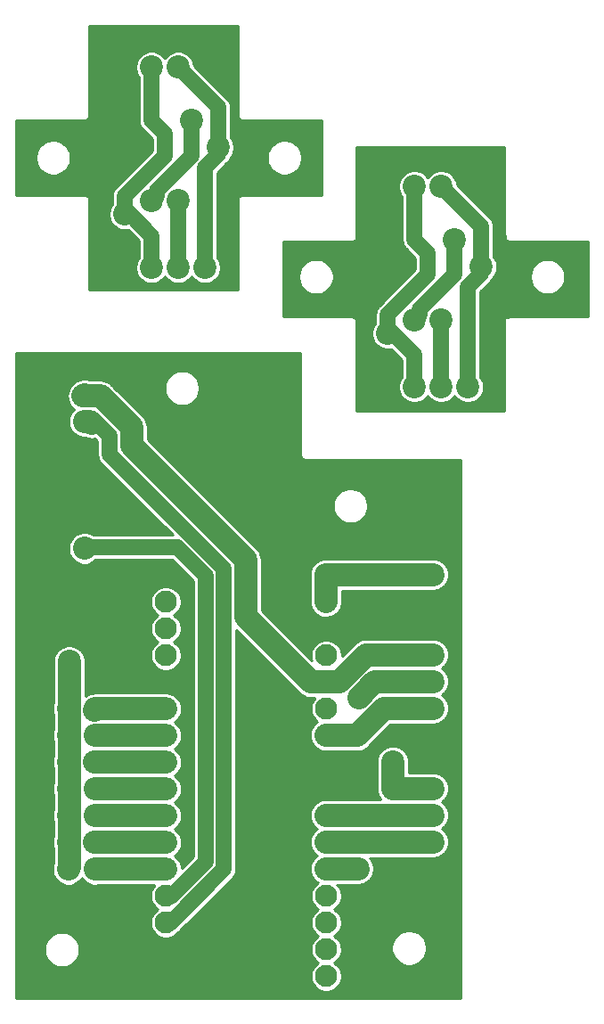
<source format=gbr>
%TF.GenerationSoftware,KiCad,Pcbnew,(5.1.6)-1*%
%TF.CreationDate,2023-05-01T01:46:13-05:00*%
%TF.ProjectId,combined,636f6d62-696e-4656-942e-6b696361645f,rev?*%
%TF.SameCoordinates,Original*%
%TF.FileFunction,Copper,L2,Bot*%
%TF.FilePolarity,Positive*%
%FSLAX46Y46*%
G04 Gerber Fmt 4.6, Leading zero omitted, Abs format (unit mm)*
G04 Created by KiCad (PCBNEW (5.1.6)-1) date 2023-05-01 01:46:13*
%MOMM*%
%LPD*%
G01*
G04 APERTURE LIST*
%TA.AperFunction,ComponentPad*%
%ADD10C,2.200000*%
%TD*%
%TA.AperFunction,ComponentPad*%
%ADD11C,2.100000*%
%TD*%
%TA.AperFunction,ViaPad*%
%ADD12C,2.200000*%
%TD*%
%TA.AperFunction,Conductor*%
%ADD13C,2.200000*%
%TD*%
%TA.AperFunction,Conductor*%
%ADD14C,1.000000*%
%TD*%
%TA.AperFunction,Conductor*%
%ADD15C,1.500000*%
%TD*%
%TA.AperFunction,Conductor*%
%ADD16C,0.250000*%
%TD*%
%TA.AperFunction,Conductor*%
%ADD17C,0.254000*%
%TD*%
G04 APERTURE END LIST*
D10*
%TO.P,C1,1*%
%TO.N,+5V*%
X10810000Y74930000D03*
%TO.P,C1,2*%
%TO.N,GND*%
X10810000Y72390000D03*
%TD*%
%TO.P,D1,2*%
%TO.N,Net-(D1-Pad2)*%
X15890000Y88900000D03*
%TO.P,D1,1*%
%TO.N,+5V*%
X13350000Y88900000D03*
%TD*%
%TO.P,D2,1*%
%TO.N,Net-(D2-Pad1)*%
X13350000Y76200000D03*
%TO.P,D2,2*%
%TO.N,Net-(D2-Pad2)*%
X15890000Y76200000D03*
%TD*%
%TO.P,J1,1*%
%TO.N,GND*%
X10810000Y69850000D03*
%TO.P,J1,2*%
%TO.N,+5V*%
X13350000Y69850000D03*
%TO.P,J1,3*%
%TO.N,Net-(D2-Pad2)*%
X15890000Y69850000D03*
%TO.P,J1,4*%
%TO.N,Net-(D1-Pad2)*%
X18430000Y69850000D03*
%TD*%
%TO.P,R1,1*%
%TO.N,GND*%
X12080000Y81280000D03*
%TO.P,R1,2*%
%TO.N,Net-(D1-Pad2)*%
X19700000Y81280000D03*
%TD*%
%TO.P,R2,2*%
%TO.N,GND*%
X9540000Y83820000D03*
%TO.P,R2,1*%
%TO.N,Net-(D2-Pad1)*%
X17160000Y83820000D03*
%TD*%
%TO.P,C1,2*%
%TO.N,GND*%
X35810000Y61080000D03*
%TO.P,C1,1*%
%TO.N,+5V*%
X35810000Y63620000D03*
%TD*%
%TO.P,D1,1*%
%TO.N,+5V*%
X38350000Y77590000D03*
%TO.P,D1,2*%
%TO.N,Net-(D1-Pad2)*%
X40890000Y77590000D03*
%TD*%
%TO.P,D2,2*%
%TO.N,Net-(D2-Pad2)*%
X40890000Y64890000D03*
%TO.P,D2,1*%
%TO.N,Net-(D2-Pad1)*%
X38350000Y64890000D03*
%TD*%
%TO.P,J1,4*%
%TO.N,Net-(D1-Pad2)*%
X43430000Y58540000D03*
%TO.P,J1,3*%
%TO.N,Net-(D2-Pad2)*%
X40890000Y58540000D03*
%TO.P,J1,2*%
%TO.N,+5V*%
X38350000Y58540000D03*
%TO.P,J1,1*%
%TO.N,GND*%
X35810000Y58540000D03*
%TD*%
%TO.P,R1,2*%
%TO.N,Net-(D1-Pad2)*%
X44700000Y69970000D03*
%TO.P,R1,1*%
%TO.N,GND*%
X37080000Y69970000D03*
%TD*%
%TO.P,R2,1*%
%TO.N,Net-(D2-Pad1)*%
X42160000Y72510000D03*
%TO.P,R2,2*%
%TO.N,GND*%
X34540000Y72510000D03*
%TD*%
%TO.P,J11,3*%
%TO.N,GND*%
X2921000Y12700000D03*
%TO.P,J11,2*%
%TO.N,VIN*%
X5461000Y12700000D03*
%TO.P,J11,1*%
%TO.N,FLAG*%
X8001000Y12700000D03*
%TD*%
%TO.P,J10,3*%
%TO.N,GND*%
X2921000Y15240000D03*
%TO.P,J10,2*%
%TO.N,VIN*%
X5461000Y15240000D03*
%TO.P,J10,1*%
%TO.N,WHEEL_4*%
X8001000Y15240000D03*
%TD*%
%TO.P,J9,3*%
%TO.N,GND*%
X2921000Y17780000D03*
%TO.P,J9,2*%
%TO.N,VIN*%
X5461000Y17780000D03*
%TO.P,J9,1*%
%TO.N,WHEEL_3*%
X8001000Y17780000D03*
%TD*%
%TO.P,J8,3*%
%TO.N,GND*%
X2921000Y20320000D03*
%TO.P,J8,2*%
%TO.N,VIN*%
X5461000Y20320000D03*
%TO.P,J8,1*%
%TO.N,WHEEL_2*%
X8001000Y20320000D03*
%TD*%
%TO.P,J7,3*%
%TO.N,GND*%
X2921000Y22860000D03*
%TO.P,J7,2*%
%TO.N,VIN*%
X5461000Y22860000D03*
%TO.P,J7,1*%
%TO.N,WHEEL_1*%
X8001000Y22860000D03*
%TD*%
%TO.P,J6,3*%
%TO.N,GND*%
X2921000Y25400000D03*
%TO.P,J6,2*%
%TO.N,VIN*%
X5461000Y25400000D03*
%TO.P,J6,1*%
%TO.N,LID*%
X8001000Y25400000D03*
%TD*%
%TO.P,J5,3*%
%TO.N,GND*%
X2921000Y27940000D03*
%TO.P,J5,2*%
%TO.N,VIN*%
X5461000Y27940000D03*
%TO.P,J5,1*%
%TO.N,ARM*%
X8001000Y27940000D03*
%TD*%
%TO.P,J1,1*%
%TO.N,GND*%
X40090000Y43240000D03*
%TO.P,J1,2*%
%TO.N,VIN*%
X40090000Y40700000D03*
%TD*%
%TO.P,J2,1*%
%TO.N,GND*%
X40090000Y35620000D03*
%TO.P,J2,2*%
%TO.N,+5V*%
X40090000Y33080000D03*
%TO.P,J2,3*%
%TO.N,L_IR*%
X40090000Y30540000D03*
%TO.P,J2,4*%
%TO.N,L_SENS*%
X40090000Y28000000D03*
%TD*%
%TO.P,J3,4*%
%TO.N,R_SENS*%
X40090000Y15300000D03*
%TO.P,J3,3*%
%TO.N,R_IR*%
X40090000Y17840000D03*
%TO.P,J3,2*%
%TO.N,+5V*%
X40090000Y20380000D03*
%TO.P,J3,1*%
%TO.N,GND*%
X40090000Y22920000D03*
%TD*%
%TO.P,J12,1*%
%TO.N,GND*%
X6985000Y52705000D03*
%TO.P,J12,2*%
%TO.N,LED*%
X6985000Y55245000D03*
%TO.P,J12,3*%
%TO.N,+5V*%
X6985000Y57785000D03*
%TD*%
%TO.P,J14,2*%
%TO.N,GND*%
X6985000Y45720000D03*
%TO.P,J14,1*%
%TO.N,SWITCH*%
X6985000Y43180000D03*
%TD*%
D11*
%TO.P,U1,1*%
%TO.N,VIN*%
X29960000Y38110000D03*
%TO.P,U1,2*%
%TO.N,GND*%
X29960000Y35570000D03*
%TO.P,U1,3*%
%TO.N,Net-(U1-Pad3)*%
X29960000Y33030000D03*
%TO.P,U1,4*%
%TO.N,+5V*%
X29960000Y30490000D03*
%TO.P,U1,5*%
%TO.N,Net-(U1-Pad5)*%
X29960000Y27950000D03*
%TO.P,U1,6*%
%TO.N,L_SENS*%
X29960000Y25410000D03*
%TO.P,U1,7*%
%TO.N,GND*%
X29960000Y22870000D03*
%TO.P,U1,8*%
X29960000Y20330000D03*
%TO.P,U1,9*%
%TO.N,R_IR*%
X29960000Y17790000D03*
%TO.P,U1,10*%
%TO.N,R_SENS*%
X29960000Y15250000D03*
%TO.P,U1,11*%
%TO.N,L_IR*%
X29960000Y12710000D03*
%TO.P,U1,12*%
%TO.N,Net-(U1-Pad12)*%
X29960000Y10170000D03*
%TO.P,U1,13*%
%TO.N,Net-(U1-Pad13)*%
X29960000Y7630000D03*
%TO.P,U1,14*%
%TO.N,Net-(U1-Pad14)*%
X29960000Y5090000D03*
%TO.P,U1,15*%
%TO.N,Net-(U1-Pad15)*%
X29960000Y2550000D03*
%TO.P,U1,16*%
%TO.N,GND*%
X14720000Y2550000D03*
%TO.P,U1,17*%
X14720000Y5090000D03*
%TO.P,U1,18*%
%TO.N,LED*%
X14720000Y7630000D03*
%TO.P,U1,19*%
%TO.N,SWITCH*%
X14720000Y10170000D03*
%TO.P,U1,20*%
%TO.N,FLAG*%
X14720000Y12710000D03*
%TO.P,U1,21*%
%TO.N,WHEEL_4*%
X14720000Y15250000D03*
%TO.P,U1,22*%
%TO.N,WHEEL_3*%
X14720000Y17790000D03*
%TO.P,U1,23*%
%TO.N,WHEEL_2*%
X14720000Y20330000D03*
%TO.P,U1,24*%
%TO.N,WHEEL_1*%
X14720000Y22870000D03*
%TO.P,U1,25*%
%TO.N,LID*%
X14720000Y25410000D03*
%TO.P,U1,26*%
%TO.N,ARM*%
X14720000Y27950000D03*
%TO.P,U1,27*%
%TO.N,GND*%
X14720000Y30490000D03*
%TO.P,U1,28*%
%TO.N,Net-(U1-Pad28)*%
X14720000Y33030000D03*
%TO.P,U1,29*%
%TO.N,Net-(U1-Pad29)*%
X14720000Y35570000D03*
%TO.P,U1,30*%
%TO.N,Net-(U1-Pad30)*%
X14720000Y38110000D03*
%TD*%
D12*
%TO.N,L_IR*%
X33062063Y29007937D03*
X32970000Y12760000D03*
%TO.N,VIN*%
X5546000Y32445000D03*
X29930000Y40700000D03*
%TO.N,+5V*%
X36280000Y33080000D03*
X36280000Y22920000D03*
%TD*%
D13*
%TO.N,L_IR*%
X34454136Y30400010D02*
X33062063Y29007937D01*
X33062063Y29007937D02*
X33062063Y29007937D01*
X29930000Y12760000D02*
X32970000Y12760000D01*
X32970000Y12760000D02*
X32970000Y12760000D01*
X34594126Y30540000D02*
X34454136Y30400010D01*
X40090000Y30540000D02*
X34594126Y30540000D01*
%TO.N,L_SENS*%
X40090000Y28000000D02*
X35448252Y28000000D01*
X35448252Y28000000D02*
X32908252Y25460000D01*
X32908252Y25460000D02*
X29930000Y25460000D01*
%TO.N,R_IR*%
X40090000Y17840000D02*
X29930000Y17840000D01*
%TO.N,R_SENS*%
X40090000Y15300000D02*
X29930000Y15300000D01*
D14*
%TO.N,ARM*%
X8086000Y28165000D02*
X8128930Y28165000D01*
D13*
X14720000Y27950000D02*
X8086000Y27950000D01*
X8086000Y27950000D02*
X7946010Y27810010D01*
%TO.N,LID*%
X14720000Y25410000D02*
X8086000Y25410000D01*
%TO.N,WHEEL_1*%
X14720000Y22870000D02*
X7956010Y22870000D01*
D14*
%TO.N,WHEEL_2*%
X8086000Y20545000D02*
X8210002Y20545000D01*
D13*
X14720000Y20330000D02*
X8086000Y20330000D01*
D14*
%TO.N,WHEEL_3*%
X14690000Y17840000D02*
X14055000Y17840000D01*
X8128930Y18005000D02*
X8086000Y18005000D01*
D13*
X14720000Y17790000D02*
X8086000Y17790000D01*
%TO.N,WHEEL_4*%
X14720000Y15250000D02*
X7956010Y15250000D01*
X7956010Y15250000D02*
X7946010Y15240000D01*
D14*
%TO.N,FLAG*%
X8175000Y13014000D02*
X8086000Y12925000D01*
D13*
X14720000Y12710000D02*
X8138000Y12710000D01*
D15*
%TO.N,Net-(U1-Pad12)*%
X30225998Y10220000D02*
X29930000Y10220000D01*
D13*
%TO.N,VIN*%
X5546000Y12925000D02*
X5546000Y32445000D01*
X29930000Y40700000D02*
X29930000Y40700000D01*
X5546000Y32445000D02*
X5546000Y32445000D01*
X29930000Y38160000D02*
X29930000Y40700000D01*
X29930000Y40700000D02*
X40090000Y40700000D01*
D15*
%TO.N,+5V*%
X13350000Y83820000D02*
X13350000Y88900000D01*
X14620000Y80504002D02*
X14620000Y82550000D01*
X10810000Y75424002D02*
X10810000Y76694002D01*
X14620000Y82550000D02*
X13350000Y83820000D01*
X10810000Y76694002D02*
X14620000Y80504002D01*
X13350000Y72884002D02*
X11304002Y74930000D01*
X11304002Y74930000D02*
X10810000Y74930000D01*
X13350000Y69850000D02*
X13350000Y72884002D01*
X38350000Y72510000D02*
X38350000Y77590000D01*
X39620000Y69194002D02*
X39620000Y71240000D01*
X35810000Y64114002D02*
X35810000Y65384002D01*
X39620000Y71240000D02*
X38350000Y72510000D01*
X35810000Y65384002D02*
X39620000Y69194002D01*
X38350000Y61574002D02*
X36304002Y63620000D01*
X36304002Y63620000D02*
X35810000Y63620000D01*
X38350000Y58540000D02*
X38350000Y61574002D01*
D13*
X36280000Y20380000D02*
X36280000Y22920000D01*
X40090000Y20380000D02*
X36280000Y20380000D01*
X37550000Y33080000D02*
X33740000Y33080000D01*
X40090000Y33080000D02*
X37550000Y33080000D01*
X33740000Y33080000D02*
X31200000Y30540000D01*
X31200000Y30540000D02*
X29930000Y30540000D01*
X22289970Y36675106D02*
X22289970Y42112828D01*
X29960000Y30490000D02*
X28475076Y30490000D01*
X28475076Y30490000D02*
X22289970Y36675106D01*
X17158798Y47244000D02*
X17123150Y47244000D01*
X22289970Y42112828D02*
X17158798Y47244000D01*
X11448010Y54697141D02*
X8487151Y57658000D01*
X17123150Y47244000D02*
X11448010Y52919140D01*
X11448010Y52919140D02*
X11448010Y54697141D01*
X8487151Y57658000D02*
X6858000Y57658000D01*
D15*
%TO.N,LED*%
X20239960Y12721960D02*
X15198000Y7680000D01*
X15198000Y7680000D02*
X14690000Y7680000D01*
X20239960Y41263688D02*
X20239960Y12721960D01*
X16520168Y44983480D02*
X20239960Y41263688D01*
X16520168Y44983480D02*
X16484520Y44983480D01*
X16484520Y44983480D02*
X9398000Y52070000D01*
X9398000Y52070000D02*
X9398000Y53848000D01*
X9398000Y53848000D02*
X8128000Y55118000D01*
X8128000Y55118000D02*
X6858000Y55118000D01*
D13*
X7506025Y55245000D02*
X7646024Y55105001D01*
X6985000Y55245000D02*
X7506025Y55245000D01*
D15*
%TO.N,SWITCH*%
X15110002Y10220000D02*
X14690000Y10220000D01*
X18539950Y13426126D02*
X18539950Y40559522D01*
X14690000Y10220000D02*
X15333824Y10220000D01*
X15333824Y10220000D02*
X18539950Y13426126D01*
X18539950Y40559522D02*
X15816002Y43283470D01*
X15816002Y43283470D02*
X7723470Y43283470D01*
X7723470Y43283470D02*
X7620000Y43180000D01*
%TO.N,Net-(D1-Pad2)*%
X19700000Y80639825D02*
X19700000Y81280000D01*
X18430000Y79369825D02*
X19700000Y80639825D01*
X18430000Y69850000D02*
X18430000Y79369825D01*
X19700000Y85090000D02*
X15890000Y88900000D01*
X19700000Y81280000D02*
X19700000Y85090000D01*
X44700000Y69329825D02*
X44700000Y69970000D01*
X43430000Y68059825D02*
X44700000Y69329825D01*
X43430000Y58540000D02*
X43430000Y68059825D01*
X44700000Y73780000D02*
X40890000Y77590000D01*
X44700000Y69970000D02*
X44700000Y73780000D01*
%TO.N,Net-(D2-Pad1)*%
X13839999Y77184001D02*
X17160000Y80504002D01*
X13839999Y76689999D02*
X13839999Y77184001D01*
X17160000Y80504002D02*
X17160000Y83820000D01*
X13350000Y76200000D02*
X13839999Y76689999D01*
X38839999Y65874001D02*
X42160000Y69194002D01*
X38839999Y65379999D02*
X38839999Y65874001D01*
X42160000Y69194002D02*
X42160000Y72510000D01*
X38350000Y64890000D02*
X38839999Y65379999D01*
%TO.N,Net-(D2-Pad2)*%
X15890000Y69850000D02*
X15890000Y76200000D01*
X40890000Y58540000D02*
X40890000Y64890000D01*
%TD*%
D16*
%TO.N,GND*%
G36*
X21550001Y84332115D02*
G01*
X21547823Y84310000D01*
X21556511Y84221785D01*
X21582243Y84136959D01*
X21624029Y84058784D01*
X21680263Y83990263D01*
X21748784Y83934029D01*
X21826959Y83892243D01*
X21911785Y83866511D01*
X21977895Y83860000D01*
X21977896Y83860000D01*
X22000000Y83857823D01*
X22022105Y83860000D01*
X29550000Y83860000D01*
X29550001Y76760000D01*
X22022104Y76760000D01*
X22000000Y76762177D01*
X21977895Y76760000D01*
X21911785Y76753489D01*
X21826959Y76727757D01*
X21748784Y76685971D01*
X21680263Y76629737D01*
X21624029Y76561216D01*
X21582243Y76483041D01*
X21556511Y76398215D01*
X21547823Y76310000D01*
X21550000Y76287896D01*
X21550001Y67760000D01*
X7450000Y67760000D01*
X7450000Y75080199D01*
X9285000Y75080199D01*
X9285000Y74779801D01*
X9343605Y74485174D01*
X9458562Y74207642D01*
X9625455Y73957869D01*
X9837869Y73745455D01*
X10087642Y73578562D01*
X10365174Y73463605D01*
X10659801Y73405000D01*
X10960199Y73405000D01*
X11132941Y73439361D01*
X12175001Y72397300D01*
X12175000Y70831676D01*
X12165455Y70822131D01*
X11998562Y70572358D01*
X11883605Y70294826D01*
X11825000Y70000199D01*
X11825000Y69699801D01*
X11883605Y69405174D01*
X11998562Y69127642D01*
X12165455Y68877869D01*
X12377869Y68665455D01*
X12627642Y68498562D01*
X12905174Y68383605D01*
X13199801Y68325000D01*
X13500199Y68325000D01*
X13794826Y68383605D01*
X14072358Y68498562D01*
X14322131Y68665455D01*
X14534545Y68877869D01*
X14620000Y69005761D01*
X14705455Y68877869D01*
X14917869Y68665455D01*
X15167642Y68498562D01*
X15445174Y68383605D01*
X15739801Y68325000D01*
X16040199Y68325000D01*
X16334826Y68383605D01*
X16612358Y68498562D01*
X16862131Y68665455D01*
X17074545Y68877869D01*
X17160000Y69005761D01*
X17245455Y68877869D01*
X17457869Y68665455D01*
X17707642Y68498562D01*
X17985174Y68383605D01*
X18279801Y68325000D01*
X18580199Y68325000D01*
X18874826Y68383605D01*
X19152358Y68498562D01*
X19402131Y68665455D01*
X19614545Y68877869D01*
X19781438Y69127642D01*
X19896395Y69405174D01*
X19955000Y69699801D01*
X19955000Y70000199D01*
X19896395Y70294826D01*
X19781438Y70572358D01*
X19614545Y70822131D01*
X19605000Y70831676D01*
X19605000Y78883125D01*
X20490040Y79768164D01*
X20534870Y79804955D01*
X20681704Y79983872D01*
X20790811Y80187996D01*
X20802193Y80225517D01*
X20884545Y80307869D01*
X20996200Y80474973D01*
X24325000Y80474973D01*
X24325000Y80145027D01*
X24389369Y79821420D01*
X24515634Y79516590D01*
X24698942Y79242249D01*
X24932249Y79008942D01*
X25206590Y78825634D01*
X25511420Y78699369D01*
X25835027Y78635000D01*
X26164973Y78635000D01*
X26488580Y78699369D01*
X26793410Y78825634D01*
X27067751Y79008942D01*
X27301058Y79242249D01*
X27484366Y79516590D01*
X27610631Y79821420D01*
X27675000Y80145027D01*
X27675000Y80474973D01*
X27610631Y80798580D01*
X27484366Y81103410D01*
X27301058Y81377751D01*
X27067751Y81611058D01*
X26793410Y81794366D01*
X26488580Y81920631D01*
X26164973Y81985000D01*
X25835027Y81985000D01*
X25511420Y81920631D01*
X25206590Y81794366D01*
X24932249Y81611058D01*
X24698942Y81377751D01*
X24515634Y81103410D01*
X24389369Y80798580D01*
X24325000Y80474973D01*
X20996200Y80474973D01*
X21051438Y80557642D01*
X21166395Y80835174D01*
X21225000Y81129801D01*
X21225000Y81430199D01*
X21166395Y81724826D01*
X21051438Y82002358D01*
X20884545Y82252131D01*
X20875000Y82261676D01*
X20875000Y85032288D01*
X20880684Y85090000D01*
X20875000Y85147712D01*
X20875000Y85147720D01*
X20857998Y85320340D01*
X20790811Y85541829D01*
X20681704Y85745953D01*
X20534870Y85924870D01*
X20490039Y85961662D01*
X17415000Y89036700D01*
X17415000Y89050199D01*
X17356395Y89344826D01*
X17241438Y89622358D01*
X17074545Y89872131D01*
X16862131Y90084545D01*
X16612358Y90251438D01*
X16334826Y90366395D01*
X16040199Y90425000D01*
X15739801Y90425000D01*
X15445174Y90366395D01*
X15167642Y90251438D01*
X14917869Y90084545D01*
X14705455Y89872131D01*
X14620000Y89744239D01*
X14534545Y89872131D01*
X14322131Y90084545D01*
X14072358Y90251438D01*
X13794826Y90366395D01*
X13500199Y90425000D01*
X13199801Y90425000D01*
X12905174Y90366395D01*
X12627642Y90251438D01*
X12377869Y90084545D01*
X12165455Y89872131D01*
X11998562Y89622358D01*
X11883605Y89344826D01*
X11825000Y89050199D01*
X11825000Y88749801D01*
X11883605Y88455174D01*
X11998562Y88177642D01*
X12165455Y87927869D01*
X12175001Y87918323D01*
X12175000Y83877712D01*
X12169316Y83820000D01*
X12175000Y83762288D01*
X12175000Y83762281D01*
X12192002Y83589661D01*
X12259189Y83368172D01*
X12368296Y83164048D01*
X12515130Y82985130D01*
X12559966Y82948334D01*
X13445001Y82063299D01*
X13445000Y80990703D01*
X10019962Y77565664D01*
X9975131Y77528872D01*
X9938339Y77484041D01*
X9938336Y77484038D01*
X9834898Y77357998D01*
X9828297Y77349955D01*
X9719189Y77145831D01*
X9652002Y76924342D01*
X9635000Y76751722D01*
X9635000Y76751714D01*
X9629316Y76694002D01*
X9635000Y76636290D01*
X9635000Y75911676D01*
X9625455Y75902131D01*
X9458562Y75652358D01*
X9343605Y75374826D01*
X9285000Y75080199D01*
X7450000Y75080199D01*
X7450000Y76287896D01*
X7452177Y76310000D01*
X7443489Y76398215D01*
X7417757Y76483041D01*
X7375971Y76561216D01*
X7319737Y76629737D01*
X7251216Y76685971D01*
X7173041Y76727757D01*
X7088215Y76753489D01*
X7022105Y76760000D01*
X7000000Y76762177D01*
X6977896Y76760000D01*
X450000Y76760000D01*
X450000Y80474973D01*
X2325000Y80474973D01*
X2325000Y80145027D01*
X2389369Y79821420D01*
X2515634Y79516590D01*
X2698942Y79242249D01*
X2932249Y79008942D01*
X3206590Y78825634D01*
X3511420Y78699369D01*
X3835027Y78635000D01*
X4164973Y78635000D01*
X4488580Y78699369D01*
X4793410Y78825634D01*
X5067751Y79008942D01*
X5301058Y79242249D01*
X5484366Y79516590D01*
X5610631Y79821420D01*
X5675000Y80145027D01*
X5675000Y80474973D01*
X5610631Y80798580D01*
X5484366Y81103410D01*
X5301058Y81377751D01*
X5067751Y81611058D01*
X4793410Y81794366D01*
X4488580Y81920631D01*
X4164973Y81985000D01*
X3835027Y81985000D01*
X3511420Y81920631D01*
X3206590Y81794366D01*
X2932249Y81611058D01*
X2698942Y81377751D01*
X2515634Y81103410D01*
X2389369Y80798580D01*
X2325000Y80474973D01*
X450000Y80474973D01*
X450000Y83860000D01*
X6977895Y83860000D01*
X7000000Y83857823D01*
X7022104Y83860000D01*
X7022105Y83860000D01*
X7088215Y83866511D01*
X7173041Y83892243D01*
X7251216Y83934029D01*
X7319737Y83990263D01*
X7375971Y84058784D01*
X7417757Y84136959D01*
X7443489Y84221785D01*
X7452177Y84310000D01*
X7450000Y84332105D01*
X7450000Y92860000D01*
X21550000Y92860000D01*
X21550001Y84332115D01*
G37*
X21550001Y84332115D02*
X21547823Y84310000D01*
X21556511Y84221785D01*
X21582243Y84136959D01*
X21624029Y84058784D01*
X21680263Y83990263D01*
X21748784Y83934029D01*
X21826959Y83892243D01*
X21911785Y83866511D01*
X21977895Y83860000D01*
X21977896Y83860000D01*
X22000000Y83857823D01*
X22022105Y83860000D01*
X29550000Y83860000D01*
X29550001Y76760000D01*
X22022104Y76760000D01*
X22000000Y76762177D01*
X21977895Y76760000D01*
X21911785Y76753489D01*
X21826959Y76727757D01*
X21748784Y76685971D01*
X21680263Y76629737D01*
X21624029Y76561216D01*
X21582243Y76483041D01*
X21556511Y76398215D01*
X21547823Y76310000D01*
X21550000Y76287896D01*
X21550001Y67760000D01*
X7450000Y67760000D01*
X7450000Y75080199D01*
X9285000Y75080199D01*
X9285000Y74779801D01*
X9343605Y74485174D01*
X9458562Y74207642D01*
X9625455Y73957869D01*
X9837869Y73745455D01*
X10087642Y73578562D01*
X10365174Y73463605D01*
X10659801Y73405000D01*
X10960199Y73405000D01*
X11132941Y73439361D01*
X12175001Y72397300D01*
X12175000Y70831676D01*
X12165455Y70822131D01*
X11998562Y70572358D01*
X11883605Y70294826D01*
X11825000Y70000199D01*
X11825000Y69699801D01*
X11883605Y69405174D01*
X11998562Y69127642D01*
X12165455Y68877869D01*
X12377869Y68665455D01*
X12627642Y68498562D01*
X12905174Y68383605D01*
X13199801Y68325000D01*
X13500199Y68325000D01*
X13794826Y68383605D01*
X14072358Y68498562D01*
X14322131Y68665455D01*
X14534545Y68877869D01*
X14620000Y69005761D01*
X14705455Y68877869D01*
X14917869Y68665455D01*
X15167642Y68498562D01*
X15445174Y68383605D01*
X15739801Y68325000D01*
X16040199Y68325000D01*
X16334826Y68383605D01*
X16612358Y68498562D01*
X16862131Y68665455D01*
X17074545Y68877869D01*
X17160000Y69005761D01*
X17245455Y68877869D01*
X17457869Y68665455D01*
X17707642Y68498562D01*
X17985174Y68383605D01*
X18279801Y68325000D01*
X18580199Y68325000D01*
X18874826Y68383605D01*
X19152358Y68498562D01*
X19402131Y68665455D01*
X19614545Y68877869D01*
X19781438Y69127642D01*
X19896395Y69405174D01*
X19955000Y69699801D01*
X19955000Y70000199D01*
X19896395Y70294826D01*
X19781438Y70572358D01*
X19614545Y70822131D01*
X19605000Y70831676D01*
X19605000Y78883125D01*
X20490040Y79768164D01*
X20534870Y79804955D01*
X20681704Y79983872D01*
X20790811Y80187996D01*
X20802193Y80225517D01*
X20884545Y80307869D01*
X20996200Y80474973D01*
X24325000Y80474973D01*
X24325000Y80145027D01*
X24389369Y79821420D01*
X24515634Y79516590D01*
X24698942Y79242249D01*
X24932249Y79008942D01*
X25206590Y78825634D01*
X25511420Y78699369D01*
X25835027Y78635000D01*
X26164973Y78635000D01*
X26488580Y78699369D01*
X26793410Y78825634D01*
X27067751Y79008942D01*
X27301058Y79242249D01*
X27484366Y79516590D01*
X27610631Y79821420D01*
X27675000Y80145027D01*
X27675000Y80474973D01*
X27610631Y80798580D01*
X27484366Y81103410D01*
X27301058Y81377751D01*
X27067751Y81611058D01*
X26793410Y81794366D01*
X26488580Y81920631D01*
X26164973Y81985000D01*
X25835027Y81985000D01*
X25511420Y81920631D01*
X25206590Y81794366D01*
X24932249Y81611058D01*
X24698942Y81377751D01*
X24515634Y81103410D01*
X24389369Y80798580D01*
X24325000Y80474973D01*
X20996200Y80474973D01*
X21051438Y80557642D01*
X21166395Y80835174D01*
X21225000Y81129801D01*
X21225000Y81430199D01*
X21166395Y81724826D01*
X21051438Y82002358D01*
X20884545Y82252131D01*
X20875000Y82261676D01*
X20875000Y85032288D01*
X20880684Y85090000D01*
X20875000Y85147712D01*
X20875000Y85147720D01*
X20857998Y85320340D01*
X20790811Y85541829D01*
X20681704Y85745953D01*
X20534870Y85924870D01*
X20490039Y85961662D01*
X17415000Y89036700D01*
X17415000Y89050199D01*
X17356395Y89344826D01*
X17241438Y89622358D01*
X17074545Y89872131D01*
X16862131Y90084545D01*
X16612358Y90251438D01*
X16334826Y90366395D01*
X16040199Y90425000D01*
X15739801Y90425000D01*
X15445174Y90366395D01*
X15167642Y90251438D01*
X14917869Y90084545D01*
X14705455Y89872131D01*
X14620000Y89744239D01*
X14534545Y89872131D01*
X14322131Y90084545D01*
X14072358Y90251438D01*
X13794826Y90366395D01*
X13500199Y90425000D01*
X13199801Y90425000D01*
X12905174Y90366395D01*
X12627642Y90251438D01*
X12377869Y90084545D01*
X12165455Y89872131D01*
X11998562Y89622358D01*
X11883605Y89344826D01*
X11825000Y89050199D01*
X11825000Y88749801D01*
X11883605Y88455174D01*
X11998562Y88177642D01*
X12165455Y87927869D01*
X12175001Y87918323D01*
X12175000Y83877712D01*
X12169316Y83820000D01*
X12175000Y83762288D01*
X12175000Y83762281D01*
X12192002Y83589661D01*
X12259189Y83368172D01*
X12368296Y83164048D01*
X12515130Y82985130D01*
X12559966Y82948334D01*
X13445001Y82063299D01*
X13445000Y80990703D01*
X10019962Y77565664D01*
X9975131Y77528872D01*
X9938339Y77484041D01*
X9938336Y77484038D01*
X9834898Y77357998D01*
X9828297Y77349955D01*
X9719189Y77145831D01*
X9652002Y76924342D01*
X9635000Y76751722D01*
X9635000Y76751714D01*
X9629316Y76694002D01*
X9635000Y76636290D01*
X9635000Y75911676D01*
X9625455Y75902131D01*
X9458562Y75652358D01*
X9343605Y75374826D01*
X9285000Y75080199D01*
X7450000Y75080199D01*
X7450000Y76287896D01*
X7452177Y76310000D01*
X7443489Y76398215D01*
X7417757Y76483041D01*
X7375971Y76561216D01*
X7319737Y76629737D01*
X7251216Y76685971D01*
X7173041Y76727757D01*
X7088215Y76753489D01*
X7022105Y76760000D01*
X7000000Y76762177D01*
X6977896Y76760000D01*
X450000Y76760000D01*
X450000Y80474973D01*
X2325000Y80474973D01*
X2325000Y80145027D01*
X2389369Y79821420D01*
X2515634Y79516590D01*
X2698942Y79242249D01*
X2932249Y79008942D01*
X3206590Y78825634D01*
X3511420Y78699369D01*
X3835027Y78635000D01*
X4164973Y78635000D01*
X4488580Y78699369D01*
X4793410Y78825634D01*
X5067751Y79008942D01*
X5301058Y79242249D01*
X5484366Y79516590D01*
X5610631Y79821420D01*
X5675000Y80145027D01*
X5675000Y80474973D01*
X5610631Y80798580D01*
X5484366Y81103410D01*
X5301058Y81377751D01*
X5067751Y81611058D01*
X4793410Y81794366D01*
X4488580Y81920631D01*
X4164973Y81985000D01*
X3835027Y81985000D01*
X3511420Y81920631D01*
X3206590Y81794366D01*
X2932249Y81611058D01*
X2698942Y81377751D01*
X2515634Y81103410D01*
X2389369Y80798580D01*
X2325000Y80474973D01*
X450000Y80474973D01*
X450000Y83860000D01*
X6977895Y83860000D01*
X7000000Y83857823D01*
X7022104Y83860000D01*
X7022105Y83860000D01*
X7088215Y83866511D01*
X7173041Y83892243D01*
X7251216Y83934029D01*
X7319737Y83990263D01*
X7375971Y84058784D01*
X7417757Y84136959D01*
X7443489Y84221785D01*
X7452177Y84310000D01*
X7450000Y84332105D01*
X7450000Y92860000D01*
X21550000Y92860000D01*
X21550001Y84332115D01*
G36*
X46875000Y73000000D02*
G01*
X46877402Y72975614D01*
X46884515Y72952165D01*
X46896066Y72930554D01*
X46911612Y72911612D01*
X46930554Y72896066D01*
X46950001Y72885672D01*
X46950001Y72792115D01*
X46947823Y72770000D01*
X46956511Y72681785D01*
X46982243Y72596959D01*
X47024029Y72518784D01*
X47080263Y72450263D01*
X47148784Y72394029D01*
X47226959Y72352243D01*
X47311785Y72326511D01*
X47377895Y72320000D01*
X47377896Y72320000D01*
X47400000Y72317823D01*
X47422105Y72320000D01*
X54875000Y72320000D01*
X54875000Y65220000D01*
X47422104Y65220000D01*
X47400000Y65222177D01*
X47377895Y65220000D01*
X47311785Y65213489D01*
X47226959Y65187757D01*
X47148784Y65145971D01*
X47123231Y65125000D01*
X47000000Y65125000D01*
X46975614Y65122598D01*
X46952165Y65115485D01*
X46930554Y65103934D01*
X46911612Y65088388D01*
X46896066Y65069446D01*
X46884515Y65047835D01*
X46877402Y65024386D01*
X46875000Y65000000D01*
X46875000Y56220000D01*
X32850000Y56220000D01*
X32850000Y63770199D01*
X34285000Y63770199D01*
X34285000Y63469801D01*
X34343605Y63175174D01*
X34458562Y62897642D01*
X34625455Y62647869D01*
X34837869Y62435455D01*
X35087642Y62268562D01*
X35365174Y62153605D01*
X35659801Y62095000D01*
X35960199Y62095000D01*
X36132941Y62129361D01*
X37175001Y61087300D01*
X37175000Y59521676D01*
X37165455Y59512131D01*
X36998562Y59262358D01*
X36883605Y58984826D01*
X36825000Y58690199D01*
X36825000Y58389801D01*
X36883605Y58095174D01*
X36998562Y57817642D01*
X37165455Y57567869D01*
X37377869Y57355455D01*
X37627642Y57188562D01*
X37905174Y57073605D01*
X38199801Y57015000D01*
X38500199Y57015000D01*
X38794826Y57073605D01*
X39072358Y57188562D01*
X39322131Y57355455D01*
X39534545Y57567869D01*
X39620000Y57695761D01*
X39705455Y57567869D01*
X39917869Y57355455D01*
X40167642Y57188562D01*
X40445174Y57073605D01*
X40739801Y57015000D01*
X41040199Y57015000D01*
X41334826Y57073605D01*
X41612358Y57188562D01*
X41862131Y57355455D01*
X42074545Y57567869D01*
X42160000Y57695761D01*
X42245455Y57567869D01*
X42457869Y57355455D01*
X42707642Y57188562D01*
X42985174Y57073605D01*
X43279801Y57015000D01*
X43580199Y57015000D01*
X43874826Y57073605D01*
X44152358Y57188562D01*
X44402131Y57355455D01*
X44614545Y57567869D01*
X44781438Y57817642D01*
X44896395Y58095174D01*
X44955000Y58389801D01*
X44955000Y58690199D01*
X44896395Y58984826D01*
X44781438Y59262358D01*
X44614545Y59512131D01*
X44605000Y59521676D01*
X44605000Y67573125D01*
X45490040Y68458164D01*
X45534870Y68494955D01*
X45681704Y68673872D01*
X45790811Y68877996D01*
X45802193Y68915517D01*
X45884545Y68997869D01*
X45996200Y69164973D01*
X49325000Y69164973D01*
X49325000Y68835027D01*
X49389369Y68511420D01*
X49515634Y68206590D01*
X49698942Y67932249D01*
X49932249Y67698942D01*
X50206590Y67515634D01*
X50511420Y67389369D01*
X50835027Y67325000D01*
X51164973Y67325000D01*
X51488580Y67389369D01*
X51793410Y67515634D01*
X52067751Y67698942D01*
X52301058Y67932249D01*
X52484366Y68206590D01*
X52610631Y68511420D01*
X52675000Y68835027D01*
X52675000Y69164973D01*
X52610631Y69488580D01*
X52484366Y69793410D01*
X52301058Y70067751D01*
X52067751Y70301058D01*
X51793410Y70484366D01*
X51488580Y70610631D01*
X51164973Y70675000D01*
X50835027Y70675000D01*
X50511420Y70610631D01*
X50206590Y70484366D01*
X49932249Y70301058D01*
X49698942Y70067751D01*
X49515634Y69793410D01*
X49389369Y69488580D01*
X49325000Y69164973D01*
X45996200Y69164973D01*
X46051438Y69247642D01*
X46166395Y69525174D01*
X46225000Y69819801D01*
X46225000Y70120199D01*
X46166395Y70414826D01*
X46051438Y70692358D01*
X45884545Y70942131D01*
X45875000Y70951676D01*
X45875000Y73722288D01*
X45880684Y73780000D01*
X45875000Y73837712D01*
X45875000Y73837720D01*
X45857998Y74010340D01*
X45790811Y74231829D01*
X45681704Y74435953D01*
X45534870Y74614870D01*
X45490039Y74651662D01*
X42415000Y77726700D01*
X42415000Y77740199D01*
X42356395Y78034826D01*
X42241438Y78312358D01*
X42074545Y78562131D01*
X41862131Y78774545D01*
X41612358Y78941438D01*
X41334826Y79056395D01*
X41040199Y79115000D01*
X40739801Y79115000D01*
X40445174Y79056395D01*
X40167642Y78941438D01*
X39917869Y78774545D01*
X39705455Y78562131D01*
X39620000Y78434239D01*
X39534545Y78562131D01*
X39322131Y78774545D01*
X39072358Y78941438D01*
X38794826Y79056395D01*
X38500199Y79115000D01*
X38199801Y79115000D01*
X37905174Y79056395D01*
X37627642Y78941438D01*
X37377869Y78774545D01*
X37165455Y78562131D01*
X36998562Y78312358D01*
X36883605Y78034826D01*
X36825000Y77740199D01*
X36825000Y77439801D01*
X36883605Y77145174D01*
X36998562Y76867642D01*
X37165455Y76617869D01*
X37175001Y76608323D01*
X37175000Y72567712D01*
X37169316Y72510000D01*
X37175000Y72452288D01*
X37175000Y72452281D01*
X37192002Y72279661D01*
X37259189Y72058172D01*
X37368296Y71854048D01*
X37515130Y71675130D01*
X37559966Y71638334D01*
X38445001Y70753299D01*
X38445000Y69680703D01*
X35019962Y66255664D01*
X34975131Y66218872D01*
X34938339Y66174041D01*
X34938336Y66174038D01*
X34834898Y66047998D01*
X34828297Y66039955D01*
X34719189Y65835831D01*
X34652002Y65614342D01*
X34635000Y65441722D01*
X34635000Y65441714D01*
X34629316Y65384002D01*
X34635000Y65326290D01*
X34635000Y64601676D01*
X34625455Y64592131D01*
X34458562Y64342358D01*
X34343605Y64064826D01*
X34285000Y63770199D01*
X32850000Y63770199D01*
X32850000Y64747896D01*
X32852177Y64770000D01*
X32843489Y64858215D01*
X32817757Y64943041D01*
X32775971Y65021216D01*
X32719737Y65089737D01*
X32651216Y65145971D01*
X32573041Y65187757D01*
X32488215Y65213489D01*
X32422105Y65220000D01*
X32400000Y65222177D01*
X32377896Y65220000D01*
X25850000Y65220000D01*
X25850000Y69164973D01*
X27325000Y69164973D01*
X27325000Y68835027D01*
X27389369Y68511420D01*
X27515634Y68206590D01*
X27698942Y67932249D01*
X27932249Y67698942D01*
X28206590Y67515634D01*
X28511420Y67389369D01*
X28835027Y67325000D01*
X29164973Y67325000D01*
X29488580Y67389369D01*
X29793410Y67515634D01*
X30067751Y67698942D01*
X30301058Y67932249D01*
X30484366Y68206590D01*
X30610631Y68511420D01*
X30675000Y68835027D01*
X30675000Y69164973D01*
X30610631Y69488580D01*
X30484366Y69793410D01*
X30301058Y70067751D01*
X30067751Y70301058D01*
X29793410Y70484366D01*
X29488580Y70610631D01*
X29164973Y70675000D01*
X28835027Y70675000D01*
X28511420Y70610631D01*
X28206590Y70484366D01*
X27932249Y70301058D01*
X27698942Y70067751D01*
X27515634Y69793410D01*
X27389369Y69488580D01*
X27325000Y69164973D01*
X25850000Y69164973D01*
X25850000Y72320000D01*
X32377895Y72320000D01*
X32400000Y72317823D01*
X32422104Y72320000D01*
X32422105Y72320000D01*
X32488215Y72326511D01*
X32573041Y72352243D01*
X32651216Y72394029D01*
X32719737Y72450263D01*
X32775971Y72518784D01*
X32817757Y72596959D01*
X32843489Y72681785D01*
X32852177Y72770000D01*
X32850000Y72792105D01*
X32850000Y81320000D01*
X46875000Y81320000D01*
X46875000Y73000000D01*
G37*
X46875000Y73000000D02*
X46877402Y72975614D01*
X46884515Y72952165D01*
X46896066Y72930554D01*
X46911612Y72911612D01*
X46930554Y72896066D01*
X46950001Y72885672D01*
X46950001Y72792115D01*
X46947823Y72770000D01*
X46956511Y72681785D01*
X46982243Y72596959D01*
X47024029Y72518784D01*
X47080263Y72450263D01*
X47148784Y72394029D01*
X47226959Y72352243D01*
X47311785Y72326511D01*
X47377895Y72320000D01*
X47377896Y72320000D01*
X47400000Y72317823D01*
X47422105Y72320000D01*
X54875000Y72320000D01*
X54875000Y65220000D01*
X47422104Y65220000D01*
X47400000Y65222177D01*
X47377895Y65220000D01*
X47311785Y65213489D01*
X47226959Y65187757D01*
X47148784Y65145971D01*
X47123231Y65125000D01*
X47000000Y65125000D01*
X46975614Y65122598D01*
X46952165Y65115485D01*
X46930554Y65103934D01*
X46911612Y65088388D01*
X46896066Y65069446D01*
X46884515Y65047835D01*
X46877402Y65024386D01*
X46875000Y65000000D01*
X46875000Y56220000D01*
X32850000Y56220000D01*
X32850000Y63770199D01*
X34285000Y63770199D01*
X34285000Y63469801D01*
X34343605Y63175174D01*
X34458562Y62897642D01*
X34625455Y62647869D01*
X34837869Y62435455D01*
X35087642Y62268562D01*
X35365174Y62153605D01*
X35659801Y62095000D01*
X35960199Y62095000D01*
X36132941Y62129361D01*
X37175001Y61087300D01*
X37175000Y59521676D01*
X37165455Y59512131D01*
X36998562Y59262358D01*
X36883605Y58984826D01*
X36825000Y58690199D01*
X36825000Y58389801D01*
X36883605Y58095174D01*
X36998562Y57817642D01*
X37165455Y57567869D01*
X37377869Y57355455D01*
X37627642Y57188562D01*
X37905174Y57073605D01*
X38199801Y57015000D01*
X38500199Y57015000D01*
X38794826Y57073605D01*
X39072358Y57188562D01*
X39322131Y57355455D01*
X39534545Y57567869D01*
X39620000Y57695761D01*
X39705455Y57567869D01*
X39917869Y57355455D01*
X40167642Y57188562D01*
X40445174Y57073605D01*
X40739801Y57015000D01*
X41040199Y57015000D01*
X41334826Y57073605D01*
X41612358Y57188562D01*
X41862131Y57355455D01*
X42074545Y57567869D01*
X42160000Y57695761D01*
X42245455Y57567869D01*
X42457869Y57355455D01*
X42707642Y57188562D01*
X42985174Y57073605D01*
X43279801Y57015000D01*
X43580199Y57015000D01*
X43874826Y57073605D01*
X44152358Y57188562D01*
X44402131Y57355455D01*
X44614545Y57567869D01*
X44781438Y57817642D01*
X44896395Y58095174D01*
X44955000Y58389801D01*
X44955000Y58690199D01*
X44896395Y58984826D01*
X44781438Y59262358D01*
X44614545Y59512131D01*
X44605000Y59521676D01*
X44605000Y67573125D01*
X45490040Y68458164D01*
X45534870Y68494955D01*
X45681704Y68673872D01*
X45790811Y68877996D01*
X45802193Y68915517D01*
X45884545Y68997869D01*
X45996200Y69164973D01*
X49325000Y69164973D01*
X49325000Y68835027D01*
X49389369Y68511420D01*
X49515634Y68206590D01*
X49698942Y67932249D01*
X49932249Y67698942D01*
X50206590Y67515634D01*
X50511420Y67389369D01*
X50835027Y67325000D01*
X51164973Y67325000D01*
X51488580Y67389369D01*
X51793410Y67515634D01*
X52067751Y67698942D01*
X52301058Y67932249D01*
X52484366Y68206590D01*
X52610631Y68511420D01*
X52675000Y68835027D01*
X52675000Y69164973D01*
X52610631Y69488580D01*
X52484366Y69793410D01*
X52301058Y70067751D01*
X52067751Y70301058D01*
X51793410Y70484366D01*
X51488580Y70610631D01*
X51164973Y70675000D01*
X50835027Y70675000D01*
X50511420Y70610631D01*
X50206590Y70484366D01*
X49932249Y70301058D01*
X49698942Y70067751D01*
X49515634Y69793410D01*
X49389369Y69488580D01*
X49325000Y69164973D01*
X45996200Y69164973D01*
X46051438Y69247642D01*
X46166395Y69525174D01*
X46225000Y69819801D01*
X46225000Y70120199D01*
X46166395Y70414826D01*
X46051438Y70692358D01*
X45884545Y70942131D01*
X45875000Y70951676D01*
X45875000Y73722288D01*
X45880684Y73780000D01*
X45875000Y73837712D01*
X45875000Y73837720D01*
X45857998Y74010340D01*
X45790811Y74231829D01*
X45681704Y74435953D01*
X45534870Y74614870D01*
X45490039Y74651662D01*
X42415000Y77726700D01*
X42415000Y77740199D01*
X42356395Y78034826D01*
X42241438Y78312358D01*
X42074545Y78562131D01*
X41862131Y78774545D01*
X41612358Y78941438D01*
X41334826Y79056395D01*
X41040199Y79115000D01*
X40739801Y79115000D01*
X40445174Y79056395D01*
X40167642Y78941438D01*
X39917869Y78774545D01*
X39705455Y78562131D01*
X39620000Y78434239D01*
X39534545Y78562131D01*
X39322131Y78774545D01*
X39072358Y78941438D01*
X38794826Y79056395D01*
X38500199Y79115000D01*
X38199801Y79115000D01*
X37905174Y79056395D01*
X37627642Y78941438D01*
X37377869Y78774545D01*
X37165455Y78562131D01*
X36998562Y78312358D01*
X36883605Y78034826D01*
X36825000Y77740199D01*
X36825000Y77439801D01*
X36883605Y77145174D01*
X36998562Y76867642D01*
X37165455Y76617869D01*
X37175001Y76608323D01*
X37175000Y72567712D01*
X37169316Y72510000D01*
X37175000Y72452288D01*
X37175000Y72452281D01*
X37192002Y72279661D01*
X37259189Y72058172D01*
X37368296Y71854048D01*
X37515130Y71675130D01*
X37559966Y71638334D01*
X38445001Y70753299D01*
X38445000Y69680703D01*
X35019962Y66255664D01*
X34975131Y66218872D01*
X34938339Y66174041D01*
X34938336Y66174038D01*
X34834898Y66047998D01*
X34828297Y66039955D01*
X34719189Y65835831D01*
X34652002Y65614342D01*
X34635000Y65441722D01*
X34635000Y65441714D01*
X34629316Y65384002D01*
X34635000Y65326290D01*
X34635000Y64601676D01*
X34625455Y64592131D01*
X34458562Y64342358D01*
X34343605Y64064826D01*
X34285000Y63770199D01*
X32850000Y63770199D01*
X32850000Y64747896D01*
X32852177Y64770000D01*
X32843489Y64858215D01*
X32817757Y64943041D01*
X32775971Y65021216D01*
X32719737Y65089737D01*
X32651216Y65145971D01*
X32573041Y65187757D01*
X32488215Y65213489D01*
X32422105Y65220000D01*
X32400000Y65222177D01*
X32377896Y65220000D01*
X25850000Y65220000D01*
X25850000Y69164973D01*
X27325000Y69164973D01*
X27325000Y68835027D01*
X27389369Y68511420D01*
X27515634Y68206590D01*
X27698942Y67932249D01*
X27932249Y67698942D01*
X28206590Y67515634D01*
X28511420Y67389369D01*
X28835027Y67325000D01*
X29164973Y67325000D01*
X29488580Y67389369D01*
X29793410Y67515634D01*
X30067751Y67698942D01*
X30301058Y67932249D01*
X30484366Y68206590D01*
X30610631Y68511420D01*
X30675000Y68835027D01*
X30675000Y69164973D01*
X30610631Y69488580D01*
X30484366Y69793410D01*
X30301058Y70067751D01*
X30067751Y70301058D01*
X29793410Y70484366D01*
X29488580Y70610631D01*
X29164973Y70675000D01*
X28835027Y70675000D01*
X28511420Y70610631D01*
X28206590Y70484366D01*
X27932249Y70301058D01*
X27698942Y70067751D01*
X27515634Y69793410D01*
X27389369Y69488580D01*
X27325000Y69164973D01*
X25850000Y69164973D01*
X25850000Y72320000D01*
X32377895Y72320000D01*
X32400000Y72317823D01*
X32422104Y72320000D01*
X32422105Y72320000D01*
X32488215Y72326511D01*
X32573041Y72352243D01*
X32651216Y72394029D01*
X32719737Y72450263D01*
X32775971Y72518784D01*
X32817757Y72596959D01*
X32843489Y72681785D01*
X32852177Y72770000D01*
X32850000Y72792105D01*
X32850000Y81320000D01*
X46875000Y81320000D01*
X46875000Y73000000D01*
D17*
G36*
X27488000Y52092205D02*
G01*
X27485813Y52070000D01*
X27494540Y51981393D01*
X27520386Y51896190D01*
X27562357Y51817667D01*
X27618841Y51748841D01*
X27687667Y51692357D01*
X27766190Y51650386D01*
X27851393Y51624540D01*
X27940000Y51615813D01*
X27962205Y51618000D01*
X42728001Y51618000D01*
X42728000Y452000D01*
X452000Y452000D01*
X452000Y5245170D01*
X3163000Y5245170D01*
X3163000Y4914830D01*
X3227446Y4590837D01*
X3353862Y4285643D01*
X3537389Y4010975D01*
X3770975Y3777389D01*
X4045643Y3593862D01*
X4350837Y3467446D01*
X4674830Y3403000D01*
X5005170Y3403000D01*
X5329163Y3467446D01*
X5634357Y3593862D01*
X5909025Y3777389D01*
X6142611Y4010975D01*
X6326138Y4285643D01*
X6452554Y4590837D01*
X6517000Y4914830D01*
X6517000Y5245170D01*
X6452554Y5569163D01*
X6326138Y5874357D01*
X6142611Y6149025D01*
X5909025Y6382611D01*
X5634357Y6566138D01*
X5329163Y6692554D01*
X5005170Y6757000D01*
X4674830Y6757000D01*
X4350837Y6692554D01*
X4045643Y6566138D01*
X3770975Y6382611D01*
X3537389Y6149025D01*
X3353862Y5874357D01*
X3227446Y5569163D01*
X3163000Y5245170D01*
X452000Y5245170D01*
X452000Y28090396D01*
X3934000Y28090396D01*
X3934000Y27789604D01*
X3992681Y27494590D01*
X4019001Y27431049D01*
X4019001Y25908951D01*
X3992681Y25845410D01*
X3934000Y25550396D01*
X3934000Y25249604D01*
X3992681Y24954590D01*
X4019001Y24891049D01*
X4019001Y23368951D01*
X3992681Y23305410D01*
X3934000Y23010396D01*
X3934000Y22709604D01*
X3992681Y22414590D01*
X4019000Y22351050D01*
X4019000Y20828950D01*
X3992681Y20765410D01*
X3934000Y20470396D01*
X3934000Y20169604D01*
X3992681Y19874590D01*
X4019000Y19811050D01*
X4019000Y18288950D01*
X3992681Y18225410D01*
X3934000Y17930396D01*
X3934000Y17629604D01*
X3992681Y17334590D01*
X4019000Y17271050D01*
X4019000Y15748950D01*
X3992681Y15685410D01*
X3934000Y15390396D01*
X3934000Y15089604D01*
X3992681Y14794590D01*
X4019000Y14731050D01*
X4019000Y13208949D01*
X3992681Y13145410D01*
X3934000Y12850396D01*
X3934000Y12549604D01*
X3992681Y12254590D01*
X4107790Y11976694D01*
X4274901Y11726594D01*
X4487594Y11513901D01*
X4737694Y11346790D01*
X5015590Y11231681D01*
X5310604Y11173000D01*
X5611396Y11173000D01*
X5906410Y11231681D01*
X6184306Y11346790D01*
X6434406Y11513901D01*
X6647099Y11726594D01*
X6731000Y11852161D01*
X6814901Y11726594D01*
X7027594Y11513901D01*
X7277694Y11346790D01*
X7555590Y11231681D01*
X7850604Y11173000D01*
X8151396Y11173000D01*
X8201670Y11183000D01*
X13644206Y11183000D01*
X13572739Y11111533D01*
X13411099Y10869622D01*
X13299760Y10600825D01*
X13243000Y10315472D01*
X13243000Y10024528D01*
X13299760Y9739175D01*
X13411099Y9470378D01*
X13572739Y9228467D01*
X13778467Y9022739D01*
X13962159Y8900000D01*
X13778467Y8777261D01*
X13572739Y8571533D01*
X13411099Y8329622D01*
X13299760Y8060825D01*
X13243000Y7775472D01*
X13243000Y7484528D01*
X13299760Y7199175D01*
X13411099Y6930378D01*
X13572739Y6688467D01*
X13778467Y6482739D01*
X14020378Y6321099D01*
X14289175Y6209760D01*
X14574528Y6153000D01*
X14865472Y6153000D01*
X15150825Y6209760D01*
X15419622Y6321099D01*
X15661533Y6482739D01*
X15867261Y6688467D01*
X15894134Y6728685D01*
X16034291Y6843709D01*
X16071151Y6888623D01*
X21031342Y11848814D01*
X21076251Y11885669D01*
X21223334Y12064890D01*
X21332627Y12269363D01*
X21399929Y12491228D01*
X21416960Y12664148D01*
X21416960Y12664157D01*
X21422653Y12721959D01*
X21416960Y12779761D01*
X21416960Y17840000D01*
X28395612Y17840000D01*
X28425095Y17540656D01*
X28512410Y17252815D01*
X28654203Y16987540D01*
X28845024Y16755024D01*
X29070476Y16570000D01*
X28845024Y16384976D01*
X28654203Y16152460D01*
X28512410Y15887185D01*
X28425095Y15599344D01*
X28395612Y15300000D01*
X28425095Y15000656D01*
X28512410Y14712815D01*
X28654203Y14447540D01*
X28845024Y14215024D01*
X29070476Y14030000D01*
X28845024Y13844976D01*
X28654203Y13612460D01*
X28512410Y13347185D01*
X28425095Y13059344D01*
X28395612Y12760000D01*
X28425095Y12460656D01*
X28512410Y12172815D01*
X28654203Y11907540D01*
X28845024Y11675024D01*
X29077540Y11484203D01*
X29183528Y11427551D01*
X29018467Y11317261D01*
X28812739Y11111533D01*
X28651099Y10869622D01*
X28539760Y10600825D01*
X28483000Y10315472D01*
X28483000Y10024528D01*
X28539760Y9739175D01*
X28651099Y9470378D01*
X28812739Y9228467D01*
X29018467Y9022739D01*
X29202159Y8900000D01*
X29018467Y8777261D01*
X28812739Y8571533D01*
X28651099Y8329622D01*
X28539760Y8060825D01*
X28483000Y7775472D01*
X28483000Y7484528D01*
X28539760Y7199175D01*
X28651099Y6930378D01*
X28812739Y6688467D01*
X29018467Y6482739D01*
X29202159Y6360000D01*
X29018467Y6237261D01*
X28812739Y6031533D01*
X28651099Y5789622D01*
X28539760Y5520825D01*
X28483000Y5235472D01*
X28483000Y4944528D01*
X28539760Y4659175D01*
X28651099Y4390378D01*
X28812739Y4148467D01*
X29018467Y3942739D01*
X29202159Y3820000D01*
X29018467Y3697261D01*
X28812739Y3491533D01*
X28651099Y3249622D01*
X28539760Y2980825D01*
X28483000Y2695472D01*
X28483000Y2404528D01*
X28539760Y2119175D01*
X28651099Y1850378D01*
X28812739Y1608467D01*
X29018467Y1402739D01*
X29260378Y1241099D01*
X29529175Y1129760D01*
X29814528Y1073000D01*
X30105472Y1073000D01*
X30390825Y1129760D01*
X30659622Y1241099D01*
X30901533Y1402739D01*
X31107261Y1608467D01*
X31268901Y1850378D01*
X31380240Y2119175D01*
X31437000Y2404528D01*
X31437000Y2695472D01*
X31380240Y2980825D01*
X31268901Y3249622D01*
X31107261Y3491533D01*
X30901533Y3697261D01*
X30717841Y3820000D01*
X30901533Y3942739D01*
X31107261Y4148467D01*
X31268901Y4390378D01*
X31380240Y4659175D01*
X31437000Y4944528D01*
X31437000Y5235472D01*
X31405235Y5395170D01*
X36163000Y5395170D01*
X36163000Y5064830D01*
X36227446Y4740837D01*
X36353862Y4435643D01*
X36537389Y4160975D01*
X36770975Y3927389D01*
X37045643Y3743862D01*
X37350837Y3617446D01*
X37674830Y3553000D01*
X38005170Y3553000D01*
X38329163Y3617446D01*
X38634357Y3743862D01*
X38909025Y3927389D01*
X39142611Y4160975D01*
X39326138Y4435643D01*
X39452554Y4740837D01*
X39517000Y5064830D01*
X39517000Y5395170D01*
X39452554Y5719163D01*
X39326138Y6024357D01*
X39142611Y6299025D01*
X38909025Y6532611D01*
X38634357Y6716138D01*
X38329163Y6842554D01*
X38005170Y6907000D01*
X37674830Y6907000D01*
X37350837Y6842554D01*
X37045643Y6716138D01*
X36770975Y6532611D01*
X36537389Y6299025D01*
X36353862Y6024357D01*
X36227446Y5719163D01*
X36163000Y5395170D01*
X31405235Y5395170D01*
X31380240Y5520825D01*
X31268901Y5789622D01*
X31107261Y6031533D01*
X30901533Y6237261D01*
X30717841Y6360000D01*
X30901533Y6482739D01*
X31107261Y6688467D01*
X31268901Y6930378D01*
X31380240Y7199175D01*
X31437000Y7484528D01*
X31437000Y7775472D01*
X31380240Y8060825D01*
X31268901Y8329622D01*
X31107261Y8571533D01*
X30901533Y8777261D01*
X30717841Y8900000D01*
X30901533Y9022739D01*
X31107261Y9228467D01*
X31268901Y9470378D01*
X31380240Y9739175D01*
X31437000Y10024528D01*
X31437000Y10315472D01*
X31380240Y10600825D01*
X31268901Y10869622D01*
X31107261Y11111533D01*
X30985794Y11233000D01*
X33120396Y11233000D01*
X33194336Y11247707D01*
X33269344Y11255095D01*
X33341466Y11276973D01*
X33415410Y11291681D01*
X33485061Y11320532D01*
X33557185Y11342410D01*
X33623658Y11377941D01*
X33693306Y11406790D01*
X33755989Y11448674D01*
X33822460Y11484203D01*
X33880719Y11532015D01*
X33943406Y11573901D01*
X33996717Y11627212D01*
X34054976Y11675024D01*
X34102788Y11733283D01*
X34156099Y11786594D01*
X34197985Y11849281D01*
X34245797Y11907540D01*
X34281326Y11974011D01*
X34323210Y12036694D01*
X34352059Y12106342D01*
X34387590Y12172815D01*
X34409468Y12244939D01*
X34438319Y12314590D01*
X34453027Y12388534D01*
X34474905Y12460656D01*
X34482293Y12535664D01*
X34497000Y12609604D01*
X34497000Y12684989D01*
X34504388Y12760000D01*
X34497000Y12835011D01*
X34497000Y12910396D01*
X34482293Y12984336D01*
X34474905Y13059344D01*
X34453027Y13131466D01*
X34438319Y13205410D01*
X34409468Y13275061D01*
X34387590Y13347185D01*
X34352059Y13413658D01*
X34323210Y13483306D01*
X34281326Y13545989D01*
X34245797Y13612460D01*
X34197985Y13670719D01*
X34156099Y13733406D01*
X34116505Y13773000D01*
X40240396Y13773000D01*
X40314336Y13787707D01*
X40389344Y13795095D01*
X40461466Y13816973D01*
X40535410Y13831681D01*
X40605061Y13860532D01*
X40677185Y13882410D01*
X40743658Y13917941D01*
X40813306Y13946790D01*
X40875989Y13988674D01*
X40942460Y14024203D01*
X41000719Y14072015D01*
X41063406Y14113901D01*
X41116717Y14167212D01*
X41174976Y14215024D01*
X41222788Y14273283D01*
X41276099Y14326594D01*
X41317985Y14389281D01*
X41365797Y14447540D01*
X41401326Y14514011D01*
X41443210Y14576694D01*
X41472059Y14646342D01*
X41507590Y14712815D01*
X41529468Y14784939D01*
X41558319Y14854590D01*
X41573027Y14928534D01*
X41594905Y15000656D01*
X41602293Y15075664D01*
X41617000Y15149604D01*
X41617000Y15224989D01*
X41624388Y15300000D01*
X41617000Y15375011D01*
X41617000Y15450396D01*
X41602293Y15524336D01*
X41594905Y15599344D01*
X41573027Y15671466D01*
X41558319Y15745410D01*
X41529468Y15815061D01*
X41507590Y15887185D01*
X41472059Y15953658D01*
X41443210Y16023306D01*
X41401326Y16085989D01*
X41365797Y16152460D01*
X41317985Y16210719D01*
X41276099Y16273406D01*
X41222788Y16326717D01*
X41174976Y16384976D01*
X41116717Y16432788D01*
X41063406Y16486099D01*
X41000719Y16527985D01*
X40949524Y16570000D01*
X41000719Y16612015D01*
X41063406Y16653901D01*
X41116717Y16707212D01*
X41174976Y16755024D01*
X41222788Y16813283D01*
X41276099Y16866594D01*
X41317985Y16929281D01*
X41365797Y16987540D01*
X41401326Y17054011D01*
X41443210Y17116694D01*
X41472059Y17186342D01*
X41507590Y17252815D01*
X41529468Y17324939D01*
X41558319Y17394590D01*
X41573027Y17468534D01*
X41594905Y17540656D01*
X41602293Y17615664D01*
X41617000Y17689604D01*
X41617000Y17764989D01*
X41624388Y17840000D01*
X41617000Y17915011D01*
X41617000Y17990396D01*
X41602293Y18064336D01*
X41594905Y18139344D01*
X41573027Y18211466D01*
X41558319Y18285410D01*
X41529468Y18355061D01*
X41507590Y18427185D01*
X41472059Y18493658D01*
X41443210Y18563306D01*
X41401326Y18625989D01*
X41365797Y18692460D01*
X41317985Y18750719D01*
X41276099Y18813406D01*
X41222788Y18866717D01*
X41174976Y18924976D01*
X41116717Y18972788D01*
X41063406Y19026099D01*
X41000719Y19067985D01*
X40949524Y19110000D01*
X41000719Y19152015D01*
X41063406Y19193901D01*
X41116717Y19247212D01*
X41174976Y19295024D01*
X41222788Y19353283D01*
X41276099Y19406594D01*
X41317985Y19469281D01*
X41365797Y19527540D01*
X41401326Y19594011D01*
X41443210Y19656694D01*
X41472059Y19726342D01*
X41507590Y19792815D01*
X41529468Y19864939D01*
X41558319Y19934590D01*
X41573027Y20008534D01*
X41594905Y20080656D01*
X41602293Y20155664D01*
X41617000Y20229604D01*
X41617000Y20304990D01*
X41624388Y20380000D01*
X41617000Y20455011D01*
X41617000Y20530396D01*
X41602293Y20604336D01*
X41594905Y20679344D01*
X41573027Y20751466D01*
X41558319Y20825410D01*
X41529468Y20895061D01*
X41507590Y20967185D01*
X41472059Y21033658D01*
X41443210Y21103306D01*
X41401326Y21165989D01*
X41365797Y21232460D01*
X41317985Y21290719D01*
X41276099Y21353406D01*
X41222788Y21406717D01*
X41174976Y21464976D01*
X41116717Y21512788D01*
X41063406Y21566099D01*
X41000719Y21607985D01*
X40942460Y21655797D01*
X40875989Y21691326D01*
X40813306Y21733210D01*
X40743658Y21762059D01*
X40677185Y21797590D01*
X40605061Y21819468D01*
X40535410Y21848319D01*
X40461466Y21863027D01*
X40389344Y21884905D01*
X40314336Y21892293D01*
X40240396Y21907000D01*
X37807000Y21907000D01*
X37807000Y23070396D01*
X37792293Y23144336D01*
X37784905Y23219344D01*
X37763027Y23291466D01*
X37748319Y23365410D01*
X37719468Y23435061D01*
X37697590Y23507185D01*
X37662059Y23573658D01*
X37633210Y23643306D01*
X37591326Y23705989D01*
X37555797Y23772460D01*
X37507985Y23830719D01*
X37466099Y23893406D01*
X37412788Y23946717D01*
X37364976Y24004976D01*
X37306717Y24052788D01*
X37253406Y24106099D01*
X37190719Y24147985D01*
X37132460Y24195797D01*
X37065989Y24231326D01*
X37003306Y24273210D01*
X36933658Y24302059D01*
X36867185Y24337590D01*
X36795061Y24359468D01*
X36725410Y24388319D01*
X36651466Y24403027D01*
X36579344Y24424905D01*
X36504336Y24432293D01*
X36430396Y24447000D01*
X36355011Y24447000D01*
X36280000Y24454388D01*
X36204989Y24447000D01*
X36129604Y24447000D01*
X36055664Y24432293D01*
X35980657Y24424905D01*
X35908537Y24403028D01*
X35834590Y24388319D01*
X35764936Y24359467D01*
X35692816Y24337590D01*
X35626347Y24302061D01*
X35556694Y24273210D01*
X35494007Y24231324D01*
X35427541Y24195797D01*
X35369286Y24147988D01*
X35306594Y24106099D01*
X35253278Y24052783D01*
X35195025Y24004976D01*
X35147218Y23946723D01*
X35093901Y23893406D01*
X35052011Y23830713D01*
X35004204Y23772460D01*
X34968679Y23705997D01*
X34926790Y23643306D01*
X34897937Y23573650D01*
X34862411Y23507185D01*
X34840535Y23435070D01*
X34811681Y23365410D01*
X34796971Y23291457D01*
X34775096Y23219344D01*
X34767709Y23144346D01*
X34753000Y23070396D01*
X34753000Y22769604D01*
X34753001Y22769599D01*
X34753000Y20455012D01*
X34745612Y20380000D01*
X34775095Y20080656D01*
X34862410Y19792815D01*
X35004203Y19527540D01*
X35135955Y19367000D01*
X29854989Y19367000D01*
X29630656Y19344905D01*
X29342815Y19257590D01*
X29077540Y19115797D01*
X28845024Y18924976D01*
X28654203Y18692460D01*
X28512410Y18427185D01*
X28425095Y18139344D01*
X28395612Y17840000D01*
X21416960Y17840000D01*
X21416960Y35388613D01*
X27342284Y29463288D01*
X27390100Y29405024D01*
X27622616Y29214203D01*
X27790973Y29124214D01*
X27887891Y29072410D01*
X28175731Y28985095D01*
X28202881Y28982421D01*
X28400065Y28963000D01*
X28400072Y28963000D01*
X28475076Y28955613D01*
X28550080Y28963000D01*
X28884206Y28963000D01*
X28812739Y28891533D01*
X28651099Y28649622D01*
X28539760Y28380825D01*
X28483000Y28095472D01*
X28483000Y27804528D01*
X28539760Y27519175D01*
X28651099Y27250378D01*
X28812739Y27008467D01*
X29018467Y26802739D01*
X29100381Y26748006D01*
X29077540Y26735797D01*
X28845024Y26544976D01*
X28654203Y26312460D01*
X28512410Y26047185D01*
X28425095Y25759344D01*
X28395612Y25460000D01*
X28425095Y25160656D01*
X28512410Y24872815D01*
X28654203Y24607540D01*
X28845024Y24375024D01*
X29077540Y24184203D01*
X29342815Y24042410D01*
X29630656Y23955095D01*
X29774844Y23940894D01*
X29814528Y23933000D01*
X32833251Y23933000D01*
X32908252Y23925613D01*
X32983253Y23933000D01*
X32983263Y23933000D01*
X33207596Y23955095D01*
X33495437Y24042410D01*
X33760712Y24184203D01*
X33993228Y24375024D01*
X34041049Y24433294D01*
X36080756Y26473000D01*
X40240396Y26473000D01*
X40314336Y26487707D01*
X40389344Y26495095D01*
X40461466Y26516973D01*
X40535410Y26531681D01*
X40605061Y26560532D01*
X40677185Y26582410D01*
X40743658Y26617941D01*
X40813306Y26646790D01*
X40875989Y26688674D01*
X40942460Y26724203D01*
X41000719Y26772015D01*
X41063406Y26813901D01*
X41116717Y26867212D01*
X41174976Y26915024D01*
X41222788Y26973283D01*
X41276099Y27026594D01*
X41317985Y27089281D01*
X41365797Y27147540D01*
X41401326Y27214011D01*
X41443210Y27276694D01*
X41472059Y27346342D01*
X41507590Y27412815D01*
X41529468Y27484939D01*
X41558319Y27554590D01*
X41573027Y27628534D01*
X41594905Y27700656D01*
X41602293Y27775664D01*
X41617000Y27849604D01*
X41617000Y27924989D01*
X41624388Y28000000D01*
X41617000Y28075011D01*
X41617000Y28150396D01*
X41602293Y28224336D01*
X41594905Y28299344D01*
X41573027Y28371466D01*
X41558319Y28445410D01*
X41529468Y28515061D01*
X41507590Y28587185D01*
X41472059Y28653658D01*
X41443210Y28723306D01*
X41401326Y28785989D01*
X41365797Y28852460D01*
X41317985Y28910719D01*
X41276099Y28973406D01*
X41222788Y29026717D01*
X41174976Y29084976D01*
X41116717Y29132788D01*
X41063406Y29186099D01*
X41000719Y29227985D01*
X40949524Y29270000D01*
X41000719Y29312015D01*
X41063406Y29353901D01*
X41116717Y29407212D01*
X41174976Y29455024D01*
X41222788Y29513283D01*
X41276099Y29566594D01*
X41317985Y29629281D01*
X41365797Y29687540D01*
X41401326Y29754011D01*
X41443210Y29816694D01*
X41472059Y29886342D01*
X41507590Y29952815D01*
X41529468Y30024939D01*
X41558319Y30094590D01*
X41573027Y30168534D01*
X41594905Y30240656D01*
X41602293Y30315664D01*
X41617000Y30389604D01*
X41617000Y30464989D01*
X41624388Y30540000D01*
X41617000Y30615011D01*
X41617000Y30690396D01*
X41602293Y30764336D01*
X41594905Y30839344D01*
X41573027Y30911466D01*
X41558319Y30985410D01*
X41529468Y31055061D01*
X41507590Y31127185D01*
X41472059Y31193658D01*
X41443210Y31263306D01*
X41401326Y31325989D01*
X41365797Y31392460D01*
X41317985Y31450719D01*
X41276099Y31513406D01*
X41222788Y31566717D01*
X41174976Y31624976D01*
X41116717Y31672788D01*
X41063406Y31726099D01*
X41000719Y31767985D01*
X40949524Y31810000D01*
X41000719Y31852015D01*
X41063406Y31893901D01*
X41116717Y31947212D01*
X41174976Y31995024D01*
X41222788Y32053283D01*
X41276099Y32106594D01*
X41317985Y32169281D01*
X41365797Y32227540D01*
X41401326Y32294011D01*
X41443210Y32356694D01*
X41472059Y32426342D01*
X41507590Y32492815D01*
X41529468Y32564939D01*
X41558319Y32634590D01*
X41573027Y32708534D01*
X41594905Y32780656D01*
X41602293Y32855664D01*
X41617000Y32929604D01*
X41617000Y33004989D01*
X41624388Y33080000D01*
X41617000Y33155011D01*
X41617000Y33230396D01*
X41602293Y33304336D01*
X41594905Y33379344D01*
X41573027Y33451466D01*
X41558319Y33525410D01*
X41529468Y33595061D01*
X41507590Y33667185D01*
X41472059Y33733658D01*
X41443210Y33803306D01*
X41401326Y33865989D01*
X41365797Y33932460D01*
X41317985Y33990719D01*
X41276099Y34053406D01*
X41222788Y34106717D01*
X41174976Y34164976D01*
X41116717Y34212788D01*
X41063406Y34266099D01*
X41000719Y34307985D01*
X40942460Y34355797D01*
X40875989Y34391326D01*
X40813306Y34433210D01*
X40743658Y34462059D01*
X40677185Y34497590D01*
X40605061Y34519468D01*
X40535410Y34548319D01*
X40461466Y34563027D01*
X40389344Y34584905D01*
X40314336Y34592293D01*
X40240396Y34607000D01*
X33815000Y34607000D01*
X33739999Y34614387D01*
X33664998Y34607000D01*
X33664989Y34607000D01*
X33440656Y34584905D01*
X33152815Y34497590D01*
X32887540Y34355797D01*
X32655024Y34164976D01*
X32607208Y34106712D01*
X31437000Y32936504D01*
X31437000Y33175472D01*
X31380240Y33460825D01*
X31268901Y33729622D01*
X31107261Y33971533D01*
X30901533Y34177261D01*
X30659622Y34338901D01*
X30390825Y34450240D01*
X30105472Y34507000D01*
X29814528Y34507000D01*
X29529175Y34450240D01*
X29260378Y34338901D01*
X29018467Y34177261D01*
X28812739Y33971533D01*
X28651099Y33729622D01*
X28539760Y33460825D01*
X28483000Y33175472D01*
X28483000Y32884528D01*
X28539760Y32599175D01*
X28549911Y32574669D01*
X23816970Y37307609D01*
X23816970Y40700000D01*
X28395612Y40700000D01*
X28403000Y40624989D01*
X28403000Y40549604D01*
X28403001Y40549599D01*
X28403000Y38084990D01*
X28425095Y37860657D01*
X28512410Y37572816D01*
X28654203Y37307541D01*
X28845024Y37075024D01*
X29077540Y36884203D01*
X29342815Y36742410D01*
X29630656Y36655095D01*
X29774844Y36640894D01*
X29814528Y36633000D01*
X29854989Y36633000D01*
X29930000Y36625612D01*
X30005011Y36633000D01*
X30105472Y36633000D01*
X30204006Y36652599D01*
X30229343Y36655095D01*
X30253707Y36662486D01*
X30390825Y36689760D01*
X30659622Y36801099D01*
X30901533Y36962739D01*
X31008518Y37069724D01*
X31014976Y37075024D01*
X31020276Y37081482D01*
X31107261Y37168467D01*
X31175605Y37270751D01*
X31205797Y37307540D01*
X31228232Y37349512D01*
X31268901Y37410378D01*
X31296913Y37478006D01*
X31347590Y37572815D01*
X31378797Y37675691D01*
X31380240Y37679175D01*
X31380976Y37682874D01*
X31434905Y37860656D01*
X31457000Y38084989D01*
X31457000Y39173000D01*
X40240396Y39173000D01*
X40314336Y39187707D01*
X40389344Y39195095D01*
X40461466Y39216973D01*
X40535410Y39231681D01*
X40605061Y39260532D01*
X40677185Y39282410D01*
X40743658Y39317941D01*
X40813306Y39346790D01*
X40875989Y39388674D01*
X40942460Y39424203D01*
X41000719Y39472015D01*
X41063406Y39513901D01*
X41116717Y39567212D01*
X41174976Y39615024D01*
X41222788Y39673283D01*
X41276099Y39726594D01*
X41317985Y39789281D01*
X41365797Y39847540D01*
X41401326Y39914011D01*
X41443210Y39976694D01*
X41472059Y40046342D01*
X41507590Y40112815D01*
X41529468Y40184939D01*
X41558319Y40254590D01*
X41573027Y40328534D01*
X41594905Y40400656D01*
X41602293Y40475664D01*
X41617000Y40549604D01*
X41617000Y40624989D01*
X41624388Y40700000D01*
X41617000Y40775011D01*
X41617000Y40850396D01*
X41602293Y40924336D01*
X41594905Y40999344D01*
X41573027Y41071466D01*
X41558319Y41145410D01*
X41529468Y41215061D01*
X41507590Y41287185D01*
X41472059Y41353658D01*
X41443210Y41423306D01*
X41401326Y41485989D01*
X41365797Y41552460D01*
X41317985Y41610719D01*
X41276099Y41673406D01*
X41222788Y41726717D01*
X41174976Y41784976D01*
X41116717Y41832788D01*
X41063406Y41886099D01*
X41000719Y41927985D01*
X40942460Y41975797D01*
X40875989Y42011326D01*
X40813306Y42053210D01*
X40743658Y42082059D01*
X40677185Y42117590D01*
X40605061Y42139468D01*
X40535410Y42168319D01*
X40461466Y42183027D01*
X40389344Y42204905D01*
X40314336Y42212293D01*
X40240396Y42227000D01*
X30005011Y42227000D01*
X29930000Y42234388D01*
X29854989Y42227000D01*
X29779604Y42227000D01*
X29705664Y42212293D01*
X29630656Y42204905D01*
X29558534Y42183027D01*
X29484590Y42168319D01*
X29414939Y42139468D01*
X29342815Y42117590D01*
X29276342Y42082059D01*
X29206694Y42053210D01*
X29144011Y42011326D01*
X29077540Y41975797D01*
X29019281Y41927985D01*
X28956594Y41886099D01*
X28903283Y41832788D01*
X28845024Y41784976D01*
X28797212Y41726717D01*
X28743901Y41673406D01*
X28702015Y41610719D01*
X28654203Y41552460D01*
X28618674Y41485989D01*
X28576790Y41423306D01*
X28547941Y41353658D01*
X28512410Y41287185D01*
X28490532Y41215061D01*
X28461681Y41145410D01*
X28446973Y41071466D01*
X28425095Y40999344D01*
X28417707Y40924336D01*
X28403000Y40850396D01*
X28403000Y40775011D01*
X28395612Y40700000D01*
X23816970Y40700000D01*
X23816970Y42037828D01*
X23824357Y42112829D01*
X23816970Y42187830D01*
X23816970Y42187839D01*
X23794875Y42412172D01*
X23707560Y42700013D01*
X23565767Y42965288D01*
X23374946Y43197804D01*
X23316682Y43245620D01*
X19167132Y47395170D01*
X30581000Y47395170D01*
X30581000Y47064830D01*
X30645446Y46740837D01*
X30771862Y46435643D01*
X30955389Y46160975D01*
X31188975Y45927389D01*
X31463643Y45743862D01*
X31768837Y45617446D01*
X32092830Y45553000D01*
X32423170Y45553000D01*
X32747163Y45617446D01*
X33052357Y45743862D01*
X33327025Y45927389D01*
X33560611Y46160975D01*
X33744138Y46435643D01*
X33870554Y46740837D01*
X33935000Y47064830D01*
X33935000Y47395170D01*
X33870554Y47719163D01*
X33744138Y48024357D01*
X33560611Y48299025D01*
X33327025Y48532611D01*
X33052357Y48716138D01*
X32747163Y48842554D01*
X32423170Y48907000D01*
X32092830Y48907000D01*
X31768837Y48842554D01*
X31463643Y48716138D01*
X31188975Y48532611D01*
X30955389Y48299025D01*
X30771862Y48024357D01*
X30645446Y47719163D01*
X30581000Y47395170D01*
X19167132Y47395170D01*
X18291595Y48270706D01*
X18243774Y48328976D01*
X18011258Y48519797D01*
X18001803Y48524851D01*
X12975010Y53551643D01*
X12975010Y54622140D01*
X12982397Y54697141D01*
X12975010Y54772142D01*
X12975010Y54772152D01*
X12952915Y54996485D01*
X12865600Y55284326D01*
X12723807Y55549601D01*
X12532986Y55782117D01*
X12474722Y55829933D01*
X9719485Y58585170D01*
X14579000Y58585170D01*
X14579000Y58254830D01*
X14643446Y57930837D01*
X14769862Y57625643D01*
X14953389Y57350975D01*
X15186975Y57117389D01*
X15461643Y56933862D01*
X15766837Y56807446D01*
X16090830Y56743000D01*
X16421170Y56743000D01*
X16745163Y56807446D01*
X17050357Y56933862D01*
X17325025Y57117389D01*
X17558611Y57350975D01*
X17742138Y57625643D01*
X17868554Y57930837D01*
X17933000Y58254830D01*
X17933000Y58585170D01*
X17868554Y58909163D01*
X17742138Y59214357D01*
X17558611Y59489025D01*
X17325025Y59722611D01*
X17050357Y59906138D01*
X16745163Y60032554D01*
X16421170Y60097000D01*
X16090830Y60097000D01*
X15766837Y60032554D01*
X15461643Y59906138D01*
X15186975Y59722611D01*
X14953389Y59489025D01*
X14769862Y59214357D01*
X14643446Y58909163D01*
X14579000Y58585170D01*
X9719485Y58585170D01*
X9619948Y58684706D01*
X9572127Y58742976D01*
X9339611Y58933797D01*
X9074336Y59075590D01*
X8786495Y59162905D01*
X8562162Y59185000D01*
X8562152Y59185000D01*
X8487151Y59192387D01*
X8412150Y59185000D01*
X7595346Y59185000D01*
X7430410Y59253319D01*
X7135396Y59312000D01*
X6834604Y59312000D01*
X6539590Y59253319D01*
X6261694Y59138210D01*
X6011594Y58971099D01*
X5831283Y58790788D01*
X5773024Y58742976D01*
X5582203Y58510460D01*
X5440410Y58245185D01*
X5353095Y57957344D01*
X5323612Y57658000D01*
X5353095Y57358656D01*
X5440410Y57070815D01*
X5582203Y56805540D01*
X5773024Y56573024D01*
X5982009Y56401514D01*
X5958283Y56377788D01*
X5900024Y56329976D01*
X5852212Y56271717D01*
X5798901Y56218406D01*
X5757015Y56155719D01*
X5709203Y56097460D01*
X5673674Y56030989D01*
X5631790Y55968306D01*
X5602941Y55898658D01*
X5567410Y55832185D01*
X5545532Y55760061D01*
X5516681Y55690410D01*
X5501973Y55616466D01*
X5480095Y55544344D01*
X5472707Y55469336D01*
X5458000Y55395396D01*
X5458000Y55320011D01*
X5450612Y55245000D01*
X5458000Y55169989D01*
X5458000Y55094604D01*
X5472707Y55020664D01*
X5480095Y54945656D01*
X5501973Y54873534D01*
X5516681Y54799590D01*
X5545532Y54729939D01*
X5567410Y54657815D01*
X5602941Y54591342D01*
X5631790Y54521694D01*
X5673674Y54459011D01*
X5709203Y54392540D01*
X5757015Y54334281D01*
X5798901Y54271594D01*
X5852212Y54218283D01*
X5900024Y54160024D01*
X5958283Y54112212D01*
X6011594Y54058901D01*
X6074281Y54017015D01*
X6132540Y53969203D01*
X6199011Y53933674D01*
X6261694Y53891790D01*
X6331342Y53862941D01*
X6397815Y53827410D01*
X6469939Y53805532D01*
X6539590Y53776681D01*
X6613534Y53761973D01*
X6685656Y53740095D01*
X6760664Y53732707D01*
X6834604Y53718000D01*
X7001613Y53718000D01*
X7058839Y53687412D01*
X7346680Y53600097D01*
X7646023Y53570614D01*
X7945368Y53600097D01*
X7972994Y53608477D01*
X8221000Y53360471D01*
X8221000Y52127812D01*
X8215306Y52070000D01*
X8221000Y52012189D01*
X8238031Y51839269D01*
X8305333Y51617404D01*
X8414626Y51412931D01*
X8561709Y51233709D01*
X8606623Y51196849D01*
X15343000Y44460470D01*
X7817169Y44460470D01*
X7708306Y44533210D01*
X7430410Y44648319D01*
X7135396Y44707000D01*
X6834604Y44707000D01*
X6539590Y44648319D01*
X6261694Y44533210D01*
X6011594Y44366099D01*
X5798901Y44153406D01*
X5631790Y43903306D01*
X5516681Y43625410D01*
X5458000Y43330396D01*
X5458000Y43029604D01*
X5516681Y42734590D01*
X5631790Y42456694D01*
X5798901Y42206594D01*
X6011594Y41993901D01*
X6261694Y41826790D01*
X6539590Y41711681D01*
X6834604Y41653000D01*
X7135396Y41653000D01*
X7430410Y41711681D01*
X7708306Y41826790D01*
X7958406Y41993901D01*
X8042800Y42078295D01*
X8072597Y42087334D01*
X8108398Y42106470D01*
X15328474Y42106470D01*
X17362951Y40071992D01*
X17362950Y13913656D01*
X16245862Y12796567D01*
X16224905Y13009344D01*
X16137590Y13297185D01*
X15995797Y13562460D01*
X15804976Y13794976D01*
X15579524Y13980000D01*
X15804976Y14165024D01*
X15995797Y14397540D01*
X16137590Y14662815D01*
X16224905Y14950656D01*
X16254388Y15250000D01*
X16224905Y15549344D01*
X16137590Y15837185D01*
X15995797Y16102460D01*
X15804976Y16334976D01*
X15579524Y16520000D01*
X15804976Y16705024D01*
X15995797Y16937540D01*
X16137590Y17202815D01*
X16224905Y17490656D01*
X16254388Y17790000D01*
X16224905Y18089344D01*
X16137590Y18377185D01*
X15995797Y18642460D01*
X15804976Y18874976D01*
X15579524Y19060000D01*
X15804976Y19245024D01*
X15995797Y19477540D01*
X16137590Y19742815D01*
X16224905Y20030656D01*
X16254388Y20330000D01*
X16224905Y20629344D01*
X16137590Y20917185D01*
X15995797Y21182460D01*
X15804976Y21414976D01*
X15579524Y21600000D01*
X15804976Y21785024D01*
X15995797Y22017540D01*
X16137590Y22282815D01*
X16224905Y22570656D01*
X16254388Y22870000D01*
X16224905Y23169344D01*
X16137590Y23457185D01*
X15995797Y23722460D01*
X15804976Y23954976D01*
X15579524Y24140000D01*
X15804976Y24325024D01*
X15995797Y24557540D01*
X16137590Y24822815D01*
X16224905Y25110656D01*
X16254388Y25410000D01*
X16224905Y25709344D01*
X16137590Y25997185D01*
X15995797Y26262460D01*
X15804976Y26494976D01*
X15579524Y26680000D01*
X15804976Y26865024D01*
X15995797Y27097540D01*
X16137590Y27362815D01*
X16224905Y27650656D01*
X16254388Y27950000D01*
X16224905Y28249344D01*
X16137590Y28537185D01*
X15995797Y28802460D01*
X15804976Y29034976D01*
X15572460Y29225797D01*
X15307185Y29367590D01*
X15019344Y29454905D01*
X14795011Y29477000D01*
X8161004Y29477000D01*
X8086000Y29484387D01*
X8010996Y29477000D01*
X8010989Y29477000D01*
X7909458Y29467000D01*
X7850604Y29467000D01*
X7792878Y29455518D01*
X7786656Y29454905D01*
X7780673Y29453090D01*
X7555590Y29408319D01*
X7277694Y29293210D01*
X7073000Y29156438D01*
X7073000Y32369989D01*
X7080388Y32445000D01*
X7073000Y32520011D01*
X7073000Y32595396D01*
X7058293Y32669336D01*
X7050905Y32744344D01*
X7029027Y32816466D01*
X7014319Y32890410D01*
X6985468Y32960061D01*
X6963590Y33032185D01*
X6928059Y33098658D01*
X6899210Y33168306D01*
X6857326Y33230989D01*
X6821797Y33297460D01*
X6773985Y33355719D01*
X6732099Y33418406D01*
X6678788Y33471717D01*
X6630976Y33529976D01*
X6572717Y33577788D01*
X6519406Y33631099D01*
X6456719Y33672985D01*
X6398460Y33720797D01*
X6331989Y33756326D01*
X6269306Y33798210D01*
X6199658Y33827059D01*
X6133185Y33862590D01*
X6061061Y33884468D01*
X5991410Y33913319D01*
X5917466Y33928027D01*
X5845344Y33949905D01*
X5770336Y33957293D01*
X5696396Y33972000D01*
X5621011Y33972000D01*
X5546000Y33979388D01*
X5470989Y33972000D01*
X5395604Y33972000D01*
X5321664Y33957293D01*
X5246656Y33949905D01*
X5174534Y33928027D01*
X5100590Y33913319D01*
X5030939Y33884468D01*
X4958815Y33862590D01*
X4892342Y33827059D01*
X4822694Y33798210D01*
X4760011Y33756326D01*
X4693540Y33720797D01*
X4635281Y33672985D01*
X4572594Y33631099D01*
X4519283Y33577788D01*
X4461024Y33529976D01*
X4413212Y33471717D01*
X4359901Y33418406D01*
X4318015Y33355719D01*
X4270203Y33297460D01*
X4234674Y33230989D01*
X4192790Y33168306D01*
X4163941Y33098658D01*
X4128410Y33032185D01*
X4106532Y32960061D01*
X4077681Y32890410D01*
X4062973Y32816466D01*
X4041095Y32744344D01*
X4033707Y32669336D01*
X4019000Y32595396D01*
X4019000Y32520011D01*
X4011612Y32445000D01*
X4019000Y32369989D01*
X4019000Y32294604D01*
X4019001Y32294599D01*
X4019001Y28448951D01*
X3992681Y28385410D01*
X3934000Y28090396D01*
X452000Y28090396D01*
X452000Y38255472D01*
X13243000Y38255472D01*
X13243000Y37964528D01*
X13299760Y37679175D01*
X13411099Y37410378D01*
X13572739Y37168467D01*
X13778467Y36962739D01*
X13962159Y36840000D01*
X13778467Y36717261D01*
X13572739Y36511533D01*
X13411099Y36269622D01*
X13299760Y36000825D01*
X13243000Y35715472D01*
X13243000Y35424528D01*
X13299760Y35139175D01*
X13411099Y34870378D01*
X13572739Y34628467D01*
X13778467Y34422739D01*
X13962159Y34300000D01*
X13778467Y34177261D01*
X13572739Y33971533D01*
X13411099Y33729622D01*
X13299760Y33460825D01*
X13243000Y33175472D01*
X13243000Y32884528D01*
X13299760Y32599175D01*
X13411099Y32330378D01*
X13572739Y32088467D01*
X13778467Y31882739D01*
X14020378Y31721099D01*
X14289175Y31609760D01*
X14574528Y31553000D01*
X14865472Y31553000D01*
X15150825Y31609760D01*
X15419622Y31721099D01*
X15661533Y31882739D01*
X15867261Y32088467D01*
X16028901Y32330378D01*
X16140240Y32599175D01*
X16197000Y32884528D01*
X16197000Y33175472D01*
X16140240Y33460825D01*
X16028901Y33729622D01*
X15867261Y33971533D01*
X15661533Y34177261D01*
X15477841Y34300000D01*
X15661533Y34422739D01*
X15867261Y34628467D01*
X16028901Y34870378D01*
X16140240Y35139175D01*
X16197000Y35424528D01*
X16197000Y35715472D01*
X16140240Y36000825D01*
X16028901Y36269622D01*
X15867261Y36511533D01*
X15661533Y36717261D01*
X15477841Y36840000D01*
X15661533Y36962739D01*
X15867261Y37168467D01*
X16028901Y37410378D01*
X16140240Y37679175D01*
X16197000Y37964528D01*
X16197000Y38255472D01*
X16140240Y38540825D01*
X16028901Y38809622D01*
X15867261Y39051533D01*
X15661533Y39257261D01*
X15419622Y39418901D01*
X15150825Y39530240D01*
X14865472Y39587000D01*
X14574528Y39587000D01*
X14289175Y39530240D01*
X14020378Y39418901D01*
X13778467Y39257261D01*
X13572739Y39051533D01*
X13411099Y38809622D01*
X13299760Y38540825D01*
X13243000Y38255472D01*
X452000Y38255472D01*
X452000Y61778000D01*
X27488001Y61778000D01*
X27488000Y52092205D01*
G37*
X27488000Y52092205D02*
X27485813Y52070000D01*
X27494540Y51981393D01*
X27520386Y51896190D01*
X27562357Y51817667D01*
X27618841Y51748841D01*
X27687667Y51692357D01*
X27766190Y51650386D01*
X27851393Y51624540D01*
X27940000Y51615813D01*
X27962205Y51618000D01*
X42728001Y51618000D01*
X42728000Y452000D01*
X452000Y452000D01*
X452000Y5245170D01*
X3163000Y5245170D01*
X3163000Y4914830D01*
X3227446Y4590837D01*
X3353862Y4285643D01*
X3537389Y4010975D01*
X3770975Y3777389D01*
X4045643Y3593862D01*
X4350837Y3467446D01*
X4674830Y3403000D01*
X5005170Y3403000D01*
X5329163Y3467446D01*
X5634357Y3593862D01*
X5909025Y3777389D01*
X6142611Y4010975D01*
X6326138Y4285643D01*
X6452554Y4590837D01*
X6517000Y4914830D01*
X6517000Y5245170D01*
X6452554Y5569163D01*
X6326138Y5874357D01*
X6142611Y6149025D01*
X5909025Y6382611D01*
X5634357Y6566138D01*
X5329163Y6692554D01*
X5005170Y6757000D01*
X4674830Y6757000D01*
X4350837Y6692554D01*
X4045643Y6566138D01*
X3770975Y6382611D01*
X3537389Y6149025D01*
X3353862Y5874357D01*
X3227446Y5569163D01*
X3163000Y5245170D01*
X452000Y5245170D01*
X452000Y28090396D01*
X3934000Y28090396D01*
X3934000Y27789604D01*
X3992681Y27494590D01*
X4019001Y27431049D01*
X4019001Y25908951D01*
X3992681Y25845410D01*
X3934000Y25550396D01*
X3934000Y25249604D01*
X3992681Y24954590D01*
X4019001Y24891049D01*
X4019001Y23368951D01*
X3992681Y23305410D01*
X3934000Y23010396D01*
X3934000Y22709604D01*
X3992681Y22414590D01*
X4019000Y22351050D01*
X4019000Y20828950D01*
X3992681Y20765410D01*
X3934000Y20470396D01*
X3934000Y20169604D01*
X3992681Y19874590D01*
X4019000Y19811050D01*
X4019000Y18288950D01*
X3992681Y18225410D01*
X3934000Y17930396D01*
X3934000Y17629604D01*
X3992681Y17334590D01*
X4019000Y17271050D01*
X4019000Y15748950D01*
X3992681Y15685410D01*
X3934000Y15390396D01*
X3934000Y15089604D01*
X3992681Y14794590D01*
X4019000Y14731050D01*
X4019000Y13208949D01*
X3992681Y13145410D01*
X3934000Y12850396D01*
X3934000Y12549604D01*
X3992681Y12254590D01*
X4107790Y11976694D01*
X4274901Y11726594D01*
X4487594Y11513901D01*
X4737694Y11346790D01*
X5015590Y11231681D01*
X5310604Y11173000D01*
X5611396Y11173000D01*
X5906410Y11231681D01*
X6184306Y11346790D01*
X6434406Y11513901D01*
X6647099Y11726594D01*
X6731000Y11852161D01*
X6814901Y11726594D01*
X7027594Y11513901D01*
X7277694Y11346790D01*
X7555590Y11231681D01*
X7850604Y11173000D01*
X8151396Y11173000D01*
X8201670Y11183000D01*
X13644206Y11183000D01*
X13572739Y11111533D01*
X13411099Y10869622D01*
X13299760Y10600825D01*
X13243000Y10315472D01*
X13243000Y10024528D01*
X13299760Y9739175D01*
X13411099Y9470378D01*
X13572739Y9228467D01*
X13778467Y9022739D01*
X13962159Y8900000D01*
X13778467Y8777261D01*
X13572739Y8571533D01*
X13411099Y8329622D01*
X13299760Y8060825D01*
X13243000Y7775472D01*
X13243000Y7484528D01*
X13299760Y7199175D01*
X13411099Y6930378D01*
X13572739Y6688467D01*
X13778467Y6482739D01*
X14020378Y6321099D01*
X14289175Y6209760D01*
X14574528Y6153000D01*
X14865472Y6153000D01*
X15150825Y6209760D01*
X15419622Y6321099D01*
X15661533Y6482739D01*
X15867261Y6688467D01*
X15894134Y6728685D01*
X16034291Y6843709D01*
X16071151Y6888623D01*
X21031342Y11848814D01*
X21076251Y11885669D01*
X21223334Y12064890D01*
X21332627Y12269363D01*
X21399929Y12491228D01*
X21416960Y12664148D01*
X21416960Y12664157D01*
X21422653Y12721959D01*
X21416960Y12779761D01*
X21416960Y17840000D01*
X28395612Y17840000D01*
X28425095Y17540656D01*
X28512410Y17252815D01*
X28654203Y16987540D01*
X28845024Y16755024D01*
X29070476Y16570000D01*
X28845024Y16384976D01*
X28654203Y16152460D01*
X28512410Y15887185D01*
X28425095Y15599344D01*
X28395612Y15300000D01*
X28425095Y15000656D01*
X28512410Y14712815D01*
X28654203Y14447540D01*
X28845024Y14215024D01*
X29070476Y14030000D01*
X28845024Y13844976D01*
X28654203Y13612460D01*
X28512410Y13347185D01*
X28425095Y13059344D01*
X28395612Y12760000D01*
X28425095Y12460656D01*
X28512410Y12172815D01*
X28654203Y11907540D01*
X28845024Y11675024D01*
X29077540Y11484203D01*
X29183528Y11427551D01*
X29018467Y11317261D01*
X28812739Y11111533D01*
X28651099Y10869622D01*
X28539760Y10600825D01*
X28483000Y10315472D01*
X28483000Y10024528D01*
X28539760Y9739175D01*
X28651099Y9470378D01*
X28812739Y9228467D01*
X29018467Y9022739D01*
X29202159Y8900000D01*
X29018467Y8777261D01*
X28812739Y8571533D01*
X28651099Y8329622D01*
X28539760Y8060825D01*
X28483000Y7775472D01*
X28483000Y7484528D01*
X28539760Y7199175D01*
X28651099Y6930378D01*
X28812739Y6688467D01*
X29018467Y6482739D01*
X29202159Y6360000D01*
X29018467Y6237261D01*
X28812739Y6031533D01*
X28651099Y5789622D01*
X28539760Y5520825D01*
X28483000Y5235472D01*
X28483000Y4944528D01*
X28539760Y4659175D01*
X28651099Y4390378D01*
X28812739Y4148467D01*
X29018467Y3942739D01*
X29202159Y3820000D01*
X29018467Y3697261D01*
X28812739Y3491533D01*
X28651099Y3249622D01*
X28539760Y2980825D01*
X28483000Y2695472D01*
X28483000Y2404528D01*
X28539760Y2119175D01*
X28651099Y1850378D01*
X28812739Y1608467D01*
X29018467Y1402739D01*
X29260378Y1241099D01*
X29529175Y1129760D01*
X29814528Y1073000D01*
X30105472Y1073000D01*
X30390825Y1129760D01*
X30659622Y1241099D01*
X30901533Y1402739D01*
X31107261Y1608467D01*
X31268901Y1850378D01*
X31380240Y2119175D01*
X31437000Y2404528D01*
X31437000Y2695472D01*
X31380240Y2980825D01*
X31268901Y3249622D01*
X31107261Y3491533D01*
X30901533Y3697261D01*
X30717841Y3820000D01*
X30901533Y3942739D01*
X31107261Y4148467D01*
X31268901Y4390378D01*
X31380240Y4659175D01*
X31437000Y4944528D01*
X31437000Y5235472D01*
X31405235Y5395170D01*
X36163000Y5395170D01*
X36163000Y5064830D01*
X36227446Y4740837D01*
X36353862Y4435643D01*
X36537389Y4160975D01*
X36770975Y3927389D01*
X37045643Y3743862D01*
X37350837Y3617446D01*
X37674830Y3553000D01*
X38005170Y3553000D01*
X38329163Y3617446D01*
X38634357Y3743862D01*
X38909025Y3927389D01*
X39142611Y4160975D01*
X39326138Y4435643D01*
X39452554Y4740837D01*
X39517000Y5064830D01*
X39517000Y5395170D01*
X39452554Y5719163D01*
X39326138Y6024357D01*
X39142611Y6299025D01*
X38909025Y6532611D01*
X38634357Y6716138D01*
X38329163Y6842554D01*
X38005170Y6907000D01*
X37674830Y6907000D01*
X37350837Y6842554D01*
X37045643Y6716138D01*
X36770975Y6532611D01*
X36537389Y6299025D01*
X36353862Y6024357D01*
X36227446Y5719163D01*
X36163000Y5395170D01*
X31405235Y5395170D01*
X31380240Y5520825D01*
X31268901Y5789622D01*
X31107261Y6031533D01*
X30901533Y6237261D01*
X30717841Y6360000D01*
X30901533Y6482739D01*
X31107261Y6688467D01*
X31268901Y6930378D01*
X31380240Y7199175D01*
X31437000Y7484528D01*
X31437000Y7775472D01*
X31380240Y8060825D01*
X31268901Y8329622D01*
X31107261Y8571533D01*
X30901533Y8777261D01*
X30717841Y8900000D01*
X30901533Y9022739D01*
X31107261Y9228467D01*
X31268901Y9470378D01*
X31380240Y9739175D01*
X31437000Y10024528D01*
X31437000Y10315472D01*
X31380240Y10600825D01*
X31268901Y10869622D01*
X31107261Y11111533D01*
X30985794Y11233000D01*
X33120396Y11233000D01*
X33194336Y11247707D01*
X33269344Y11255095D01*
X33341466Y11276973D01*
X33415410Y11291681D01*
X33485061Y11320532D01*
X33557185Y11342410D01*
X33623658Y11377941D01*
X33693306Y11406790D01*
X33755989Y11448674D01*
X33822460Y11484203D01*
X33880719Y11532015D01*
X33943406Y11573901D01*
X33996717Y11627212D01*
X34054976Y11675024D01*
X34102788Y11733283D01*
X34156099Y11786594D01*
X34197985Y11849281D01*
X34245797Y11907540D01*
X34281326Y11974011D01*
X34323210Y12036694D01*
X34352059Y12106342D01*
X34387590Y12172815D01*
X34409468Y12244939D01*
X34438319Y12314590D01*
X34453027Y12388534D01*
X34474905Y12460656D01*
X34482293Y12535664D01*
X34497000Y12609604D01*
X34497000Y12684989D01*
X34504388Y12760000D01*
X34497000Y12835011D01*
X34497000Y12910396D01*
X34482293Y12984336D01*
X34474905Y13059344D01*
X34453027Y13131466D01*
X34438319Y13205410D01*
X34409468Y13275061D01*
X34387590Y13347185D01*
X34352059Y13413658D01*
X34323210Y13483306D01*
X34281326Y13545989D01*
X34245797Y13612460D01*
X34197985Y13670719D01*
X34156099Y13733406D01*
X34116505Y13773000D01*
X40240396Y13773000D01*
X40314336Y13787707D01*
X40389344Y13795095D01*
X40461466Y13816973D01*
X40535410Y13831681D01*
X40605061Y13860532D01*
X40677185Y13882410D01*
X40743658Y13917941D01*
X40813306Y13946790D01*
X40875989Y13988674D01*
X40942460Y14024203D01*
X41000719Y14072015D01*
X41063406Y14113901D01*
X41116717Y14167212D01*
X41174976Y14215024D01*
X41222788Y14273283D01*
X41276099Y14326594D01*
X41317985Y14389281D01*
X41365797Y14447540D01*
X41401326Y14514011D01*
X41443210Y14576694D01*
X41472059Y14646342D01*
X41507590Y14712815D01*
X41529468Y14784939D01*
X41558319Y14854590D01*
X41573027Y14928534D01*
X41594905Y15000656D01*
X41602293Y15075664D01*
X41617000Y15149604D01*
X41617000Y15224989D01*
X41624388Y15300000D01*
X41617000Y15375011D01*
X41617000Y15450396D01*
X41602293Y15524336D01*
X41594905Y15599344D01*
X41573027Y15671466D01*
X41558319Y15745410D01*
X41529468Y15815061D01*
X41507590Y15887185D01*
X41472059Y15953658D01*
X41443210Y16023306D01*
X41401326Y16085989D01*
X41365797Y16152460D01*
X41317985Y16210719D01*
X41276099Y16273406D01*
X41222788Y16326717D01*
X41174976Y16384976D01*
X41116717Y16432788D01*
X41063406Y16486099D01*
X41000719Y16527985D01*
X40949524Y16570000D01*
X41000719Y16612015D01*
X41063406Y16653901D01*
X41116717Y16707212D01*
X41174976Y16755024D01*
X41222788Y16813283D01*
X41276099Y16866594D01*
X41317985Y16929281D01*
X41365797Y16987540D01*
X41401326Y17054011D01*
X41443210Y17116694D01*
X41472059Y17186342D01*
X41507590Y17252815D01*
X41529468Y17324939D01*
X41558319Y17394590D01*
X41573027Y17468534D01*
X41594905Y17540656D01*
X41602293Y17615664D01*
X41617000Y17689604D01*
X41617000Y17764989D01*
X41624388Y17840000D01*
X41617000Y17915011D01*
X41617000Y17990396D01*
X41602293Y18064336D01*
X41594905Y18139344D01*
X41573027Y18211466D01*
X41558319Y18285410D01*
X41529468Y18355061D01*
X41507590Y18427185D01*
X41472059Y18493658D01*
X41443210Y18563306D01*
X41401326Y18625989D01*
X41365797Y18692460D01*
X41317985Y18750719D01*
X41276099Y18813406D01*
X41222788Y18866717D01*
X41174976Y18924976D01*
X41116717Y18972788D01*
X41063406Y19026099D01*
X41000719Y19067985D01*
X40949524Y19110000D01*
X41000719Y19152015D01*
X41063406Y19193901D01*
X41116717Y19247212D01*
X41174976Y19295024D01*
X41222788Y19353283D01*
X41276099Y19406594D01*
X41317985Y19469281D01*
X41365797Y19527540D01*
X41401326Y19594011D01*
X41443210Y19656694D01*
X41472059Y19726342D01*
X41507590Y19792815D01*
X41529468Y19864939D01*
X41558319Y19934590D01*
X41573027Y20008534D01*
X41594905Y20080656D01*
X41602293Y20155664D01*
X41617000Y20229604D01*
X41617000Y20304990D01*
X41624388Y20380000D01*
X41617000Y20455011D01*
X41617000Y20530396D01*
X41602293Y20604336D01*
X41594905Y20679344D01*
X41573027Y20751466D01*
X41558319Y20825410D01*
X41529468Y20895061D01*
X41507590Y20967185D01*
X41472059Y21033658D01*
X41443210Y21103306D01*
X41401326Y21165989D01*
X41365797Y21232460D01*
X41317985Y21290719D01*
X41276099Y21353406D01*
X41222788Y21406717D01*
X41174976Y21464976D01*
X41116717Y21512788D01*
X41063406Y21566099D01*
X41000719Y21607985D01*
X40942460Y21655797D01*
X40875989Y21691326D01*
X40813306Y21733210D01*
X40743658Y21762059D01*
X40677185Y21797590D01*
X40605061Y21819468D01*
X40535410Y21848319D01*
X40461466Y21863027D01*
X40389344Y21884905D01*
X40314336Y21892293D01*
X40240396Y21907000D01*
X37807000Y21907000D01*
X37807000Y23070396D01*
X37792293Y23144336D01*
X37784905Y23219344D01*
X37763027Y23291466D01*
X37748319Y23365410D01*
X37719468Y23435061D01*
X37697590Y23507185D01*
X37662059Y23573658D01*
X37633210Y23643306D01*
X37591326Y23705989D01*
X37555797Y23772460D01*
X37507985Y23830719D01*
X37466099Y23893406D01*
X37412788Y23946717D01*
X37364976Y24004976D01*
X37306717Y24052788D01*
X37253406Y24106099D01*
X37190719Y24147985D01*
X37132460Y24195797D01*
X37065989Y24231326D01*
X37003306Y24273210D01*
X36933658Y24302059D01*
X36867185Y24337590D01*
X36795061Y24359468D01*
X36725410Y24388319D01*
X36651466Y24403027D01*
X36579344Y24424905D01*
X36504336Y24432293D01*
X36430396Y24447000D01*
X36355011Y24447000D01*
X36280000Y24454388D01*
X36204989Y24447000D01*
X36129604Y24447000D01*
X36055664Y24432293D01*
X35980657Y24424905D01*
X35908537Y24403028D01*
X35834590Y24388319D01*
X35764936Y24359467D01*
X35692816Y24337590D01*
X35626347Y24302061D01*
X35556694Y24273210D01*
X35494007Y24231324D01*
X35427541Y24195797D01*
X35369286Y24147988D01*
X35306594Y24106099D01*
X35253278Y24052783D01*
X35195025Y24004976D01*
X35147218Y23946723D01*
X35093901Y23893406D01*
X35052011Y23830713D01*
X35004204Y23772460D01*
X34968679Y23705997D01*
X34926790Y23643306D01*
X34897937Y23573650D01*
X34862411Y23507185D01*
X34840535Y23435070D01*
X34811681Y23365410D01*
X34796971Y23291457D01*
X34775096Y23219344D01*
X34767709Y23144346D01*
X34753000Y23070396D01*
X34753000Y22769604D01*
X34753001Y22769599D01*
X34753000Y20455012D01*
X34745612Y20380000D01*
X34775095Y20080656D01*
X34862410Y19792815D01*
X35004203Y19527540D01*
X35135955Y19367000D01*
X29854989Y19367000D01*
X29630656Y19344905D01*
X29342815Y19257590D01*
X29077540Y19115797D01*
X28845024Y18924976D01*
X28654203Y18692460D01*
X28512410Y18427185D01*
X28425095Y18139344D01*
X28395612Y17840000D01*
X21416960Y17840000D01*
X21416960Y35388613D01*
X27342284Y29463288D01*
X27390100Y29405024D01*
X27622616Y29214203D01*
X27790973Y29124214D01*
X27887891Y29072410D01*
X28175731Y28985095D01*
X28202881Y28982421D01*
X28400065Y28963000D01*
X28400072Y28963000D01*
X28475076Y28955613D01*
X28550080Y28963000D01*
X28884206Y28963000D01*
X28812739Y28891533D01*
X28651099Y28649622D01*
X28539760Y28380825D01*
X28483000Y28095472D01*
X28483000Y27804528D01*
X28539760Y27519175D01*
X28651099Y27250378D01*
X28812739Y27008467D01*
X29018467Y26802739D01*
X29100381Y26748006D01*
X29077540Y26735797D01*
X28845024Y26544976D01*
X28654203Y26312460D01*
X28512410Y26047185D01*
X28425095Y25759344D01*
X28395612Y25460000D01*
X28425095Y25160656D01*
X28512410Y24872815D01*
X28654203Y24607540D01*
X28845024Y24375024D01*
X29077540Y24184203D01*
X29342815Y24042410D01*
X29630656Y23955095D01*
X29774844Y23940894D01*
X29814528Y23933000D01*
X32833251Y23933000D01*
X32908252Y23925613D01*
X32983253Y23933000D01*
X32983263Y23933000D01*
X33207596Y23955095D01*
X33495437Y24042410D01*
X33760712Y24184203D01*
X33993228Y24375024D01*
X34041049Y24433294D01*
X36080756Y26473000D01*
X40240396Y26473000D01*
X40314336Y26487707D01*
X40389344Y26495095D01*
X40461466Y26516973D01*
X40535410Y26531681D01*
X40605061Y26560532D01*
X40677185Y26582410D01*
X40743658Y26617941D01*
X40813306Y26646790D01*
X40875989Y26688674D01*
X40942460Y26724203D01*
X41000719Y26772015D01*
X41063406Y26813901D01*
X41116717Y26867212D01*
X41174976Y26915024D01*
X41222788Y26973283D01*
X41276099Y27026594D01*
X41317985Y27089281D01*
X41365797Y27147540D01*
X41401326Y27214011D01*
X41443210Y27276694D01*
X41472059Y27346342D01*
X41507590Y27412815D01*
X41529468Y27484939D01*
X41558319Y27554590D01*
X41573027Y27628534D01*
X41594905Y27700656D01*
X41602293Y27775664D01*
X41617000Y27849604D01*
X41617000Y27924989D01*
X41624388Y28000000D01*
X41617000Y28075011D01*
X41617000Y28150396D01*
X41602293Y28224336D01*
X41594905Y28299344D01*
X41573027Y28371466D01*
X41558319Y28445410D01*
X41529468Y28515061D01*
X41507590Y28587185D01*
X41472059Y28653658D01*
X41443210Y28723306D01*
X41401326Y28785989D01*
X41365797Y28852460D01*
X41317985Y28910719D01*
X41276099Y28973406D01*
X41222788Y29026717D01*
X41174976Y29084976D01*
X41116717Y29132788D01*
X41063406Y29186099D01*
X41000719Y29227985D01*
X40949524Y29270000D01*
X41000719Y29312015D01*
X41063406Y29353901D01*
X41116717Y29407212D01*
X41174976Y29455024D01*
X41222788Y29513283D01*
X41276099Y29566594D01*
X41317985Y29629281D01*
X41365797Y29687540D01*
X41401326Y29754011D01*
X41443210Y29816694D01*
X41472059Y29886342D01*
X41507590Y29952815D01*
X41529468Y30024939D01*
X41558319Y30094590D01*
X41573027Y30168534D01*
X41594905Y30240656D01*
X41602293Y30315664D01*
X41617000Y30389604D01*
X41617000Y30464989D01*
X41624388Y30540000D01*
X41617000Y30615011D01*
X41617000Y30690396D01*
X41602293Y30764336D01*
X41594905Y30839344D01*
X41573027Y30911466D01*
X41558319Y30985410D01*
X41529468Y31055061D01*
X41507590Y31127185D01*
X41472059Y31193658D01*
X41443210Y31263306D01*
X41401326Y31325989D01*
X41365797Y31392460D01*
X41317985Y31450719D01*
X41276099Y31513406D01*
X41222788Y31566717D01*
X41174976Y31624976D01*
X41116717Y31672788D01*
X41063406Y31726099D01*
X41000719Y31767985D01*
X40949524Y31810000D01*
X41000719Y31852015D01*
X41063406Y31893901D01*
X41116717Y31947212D01*
X41174976Y31995024D01*
X41222788Y32053283D01*
X41276099Y32106594D01*
X41317985Y32169281D01*
X41365797Y32227540D01*
X41401326Y32294011D01*
X41443210Y32356694D01*
X41472059Y32426342D01*
X41507590Y32492815D01*
X41529468Y32564939D01*
X41558319Y32634590D01*
X41573027Y32708534D01*
X41594905Y32780656D01*
X41602293Y32855664D01*
X41617000Y32929604D01*
X41617000Y33004989D01*
X41624388Y33080000D01*
X41617000Y33155011D01*
X41617000Y33230396D01*
X41602293Y33304336D01*
X41594905Y33379344D01*
X41573027Y33451466D01*
X41558319Y33525410D01*
X41529468Y33595061D01*
X41507590Y33667185D01*
X41472059Y33733658D01*
X41443210Y33803306D01*
X41401326Y33865989D01*
X41365797Y33932460D01*
X41317985Y33990719D01*
X41276099Y34053406D01*
X41222788Y34106717D01*
X41174976Y34164976D01*
X41116717Y34212788D01*
X41063406Y34266099D01*
X41000719Y34307985D01*
X40942460Y34355797D01*
X40875989Y34391326D01*
X40813306Y34433210D01*
X40743658Y34462059D01*
X40677185Y34497590D01*
X40605061Y34519468D01*
X40535410Y34548319D01*
X40461466Y34563027D01*
X40389344Y34584905D01*
X40314336Y34592293D01*
X40240396Y34607000D01*
X33815000Y34607000D01*
X33739999Y34614387D01*
X33664998Y34607000D01*
X33664989Y34607000D01*
X33440656Y34584905D01*
X33152815Y34497590D01*
X32887540Y34355797D01*
X32655024Y34164976D01*
X32607208Y34106712D01*
X31437000Y32936504D01*
X31437000Y33175472D01*
X31380240Y33460825D01*
X31268901Y33729622D01*
X31107261Y33971533D01*
X30901533Y34177261D01*
X30659622Y34338901D01*
X30390825Y34450240D01*
X30105472Y34507000D01*
X29814528Y34507000D01*
X29529175Y34450240D01*
X29260378Y34338901D01*
X29018467Y34177261D01*
X28812739Y33971533D01*
X28651099Y33729622D01*
X28539760Y33460825D01*
X28483000Y33175472D01*
X28483000Y32884528D01*
X28539760Y32599175D01*
X28549911Y32574669D01*
X23816970Y37307609D01*
X23816970Y40700000D01*
X28395612Y40700000D01*
X28403000Y40624989D01*
X28403000Y40549604D01*
X28403001Y40549599D01*
X28403000Y38084990D01*
X28425095Y37860657D01*
X28512410Y37572816D01*
X28654203Y37307541D01*
X28845024Y37075024D01*
X29077540Y36884203D01*
X29342815Y36742410D01*
X29630656Y36655095D01*
X29774844Y36640894D01*
X29814528Y36633000D01*
X29854989Y36633000D01*
X29930000Y36625612D01*
X30005011Y36633000D01*
X30105472Y36633000D01*
X30204006Y36652599D01*
X30229343Y36655095D01*
X30253707Y36662486D01*
X30390825Y36689760D01*
X30659622Y36801099D01*
X30901533Y36962739D01*
X31008518Y37069724D01*
X31014976Y37075024D01*
X31020276Y37081482D01*
X31107261Y37168467D01*
X31175605Y37270751D01*
X31205797Y37307540D01*
X31228232Y37349512D01*
X31268901Y37410378D01*
X31296913Y37478006D01*
X31347590Y37572815D01*
X31378797Y37675691D01*
X31380240Y37679175D01*
X31380976Y37682874D01*
X31434905Y37860656D01*
X31457000Y38084989D01*
X31457000Y39173000D01*
X40240396Y39173000D01*
X40314336Y39187707D01*
X40389344Y39195095D01*
X40461466Y39216973D01*
X40535410Y39231681D01*
X40605061Y39260532D01*
X40677185Y39282410D01*
X40743658Y39317941D01*
X40813306Y39346790D01*
X40875989Y39388674D01*
X40942460Y39424203D01*
X41000719Y39472015D01*
X41063406Y39513901D01*
X41116717Y39567212D01*
X41174976Y39615024D01*
X41222788Y39673283D01*
X41276099Y39726594D01*
X41317985Y39789281D01*
X41365797Y39847540D01*
X41401326Y39914011D01*
X41443210Y39976694D01*
X41472059Y40046342D01*
X41507590Y40112815D01*
X41529468Y40184939D01*
X41558319Y40254590D01*
X41573027Y40328534D01*
X41594905Y40400656D01*
X41602293Y40475664D01*
X41617000Y40549604D01*
X41617000Y40624989D01*
X41624388Y40700000D01*
X41617000Y40775011D01*
X41617000Y40850396D01*
X41602293Y40924336D01*
X41594905Y40999344D01*
X41573027Y41071466D01*
X41558319Y41145410D01*
X41529468Y41215061D01*
X41507590Y41287185D01*
X41472059Y41353658D01*
X41443210Y41423306D01*
X41401326Y41485989D01*
X41365797Y41552460D01*
X41317985Y41610719D01*
X41276099Y41673406D01*
X41222788Y41726717D01*
X41174976Y41784976D01*
X41116717Y41832788D01*
X41063406Y41886099D01*
X41000719Y41927985D01*
X40942460Y41975797D01*
X40875989Y42011326D01*
X40813306Y42053210D01*
X40743658Y42082059D01*
X40677185Y42117590D01*
X40605061Y42139468D01*
X40535410Y42168319D01*
X40461466Y42183027D01*
X40389344Y42204905D01*
X40314336Y42212293D01*
X40240396Y42227000D01*
X30005011Y42227000D01*
X29930000Y42234388D01*
X29854989Y42227000D01*
X29779604Y42227000D01*
X29705664Y42212293D01*
X29630656Y42204905D01*
X29558534Y42183027D01*
X29484590Y42168319D01*
X29414939Y42139468D01*
X29342815Y42117590D01*
X29276342Y42082059D01*
X29206694Y42053210D01*
X29144011Y42011326D01*
X29077540Y41975797D01*
X29019281Y41927985D01*
X28956594Y41886099D01*
X28903283Y41832788D01*
X28845024Y41784976D01*
X28797212Y41726717D01*
X28743901Y41673406D01*
X28702015Y41610719D01*
X28654203Y41552460D01*
X28618674Y41485989D01*
X28576790Y41423306D01*
X28547941Y41353658D01*
X28512410Y41287185D01*
X28490532Y41215061D01*
X28461681Y41145410D01*
X28446973Y41071466D01*
X28425095Y40999344D01*
X28417707Y40924336D01*
X28403000Y40850396D01*
X28403000Y40775011D01*
X28395612Y40700000D01*
X23816970Y40700000D01*
X23816970Y42037828D01*
X23824357Y42112829D01*
X23816970Y42187830D01*
X23816970Y42187839D01*
X23794875Y42412172D01*
X23707560Y42700013D01*
X23565767Y42965288D01*
X23374946Y43197804D01*
X23316682Y43245620D01*
X19167132Y47395170D01*
X30581000Y47395170D01*
X30581000Y47064830D01*
X30645446Y46740837D01*
X30771862Y46435643D01*
X30955389Y46160975D01*
X31188975Y45927389D01*
X31463643Y45743862D01*
X31768837Y45617446D01*
X32092830Y45553000D01*
X32423170Y45553000D01*
X32747163Y45617446D01*
X33052357Y45743862D01*
X33327025Y45927389D01*
X33560611Y46160975D01*
X33744138Y46435643D01*
X33870554Y46740837D01*
X33935000Y47064830D01*
X33935000Y47395170D01*
X33870554Y47719163D01*
X33744138Y48024357D01*
X33560611Y48299025D01*
X33327025Y48532611D01*
X33052357Y48716138D01*
X32747163Y48842554D01*
X32423170Y48907000D01*
X32092830Y48907000D01*
X31768837Y48842554D01*
X31463643Y48716138D01*
X31188975Y48532611D01*
X30955389Y48299025D01*
X30771862Y48024357D01*
X30645446Y47719163D01*
X30581000Y47395170D01*
X19167132Y47395170D01*
X18291595Y48270706D01*
X18243774Y48328976D01*
X18011258Y48519797D01*
X18001803Y48524851D01*
X12975010Y53551643D01*
X12975010Y54622140D01*
X12982397Y54697141D01*
X12975010Y54772142D01*
X12975010Y54772152D01*
X12952915Y54996485D01*
X12865600Y55284326D01*
X12723807Y55549601D01*
X12532986Y55782117D01*
X12474722Y55829933D01*
X9719485Y58585170D01*
X14579000Y58585170D01*
X14579000Y58254830D01*
X14643446Y57930837D01*
X14769862Y57625643D01*
X14953389Y57350975D01*
X15186975Y57117389D01*
X15461643Y56933862D01*
X15766837Y56807446D01*
X16090830Y56743000D01*
X16421170Y56743000D01*
X16745163Y56807446D01*
X17050357Y56933862D01*
X17325025Y57117389D01*
X17558611Y57350975D01*
X17742138Y57625643D01*
X17868554Y57930837D01*
X17933000Y58254830D01*
X17933000Y58585170D01*
X17868554Y58909163D01*
X17742138Y59214357D01*
X17558611Y59489025D01*
X17325025Y59722611D01*
X17050357Y59906138D01*
X16745163Y60032554D01*
X16421170Y60097000D01*
X16090830Y60097000D01*
X15766837Y60032554D01*
X15461643Y59906138D01*
X15186975Y59722611D01*
X14953389Y59489025D01*
X14769862Y59214357D01*
X14643446Y58909163D01*
X14579000Y58585170D01*
X9719485Y58585170D01*
X9619948Y58684706D01*
X9572127Y58742976D01*
X9339611Y58933797D01*
X9074336Y59075590D01*
X8786495Y59162905D01*
X8562162Y59185000D01*
X8562152Y59185000D01*
X8487151Y59192387D01*
X8412150Y59185000D01*
X7595346Y59185000D01*
X7430410Y59253319D01*
X7135396Y59312000D01*
X6834604Y59312000D01*
X6539590Y59253319D01*
X6261694Y59138210D01*
X6011594Y58971099D01*
X5831283Y58790788D01*
X5773024Y58742976D01*
X5582203Y58510460D01*
X5440410Y58245185D01*
X5353095Y57957344D01*
X5323612Y57658000D01*
X5353095Y57358656D01*
X5440410Y57070815D01*
X5582203Y56805540D01*
X5773024Y56573024D01*
X5982009Y56401514D01*
X5958283Y56377788D01*
X5900024Y56329976D01*
X5852212Y56271717D01*
X5798901Y56218406D01*
X5757015Y56155719D01*
X5709203Y56097460D01*
X5673674Y56030989D01*
X5631790Y55968306D01*
X5602941Y55898658D01*
X5567410Y55832185D01*
X5545532Y55760061D01*
X5516681Y55690410D01*
X5501973Y55616466D01*
X5480095Y55544344D01*
X5472707Y55469336D01*
X5458000Y55395396D01*
X5458000Y55320011D01*
X5450612Y55245000D01*
X5458000Y55169989D01*
X5458000Y55094604D01*
X5472707Y55020664D01*
X5480095Y54945656D01*
X5501973Y54873534D01*
X5516681Y54799590D01*
X5545532Y54729939D01*
X5567410Y54657815D01*
X5602941Y54591342D01*
X5631790Y54521694D01*
X5673674Y54459011D01*
X5709203Y54392540D01*
X5757015Y54334281D01*
X5798901Y54271594D01*
X5852212Y54218283D01*
X5900024Y54160024D01*
X5958283Y54112212D01*
X6011594Y54058901D01*
X6074281Y54017015D01*
X6132540Y53969203D01*
X6199011Y53933674D01*
X6261694Y53891790D01*
X6331342Y53862941D01*
X6397815Y53827410D01*
X6469939Y53805532D01*
X6539590Y53776681D01*
X6613534Y53761973D01*
X6685656Y53740095D01*
X6760664Y53732707D01*
X6834604Y53718000D01*
X7001613Y53718000D01*
X7058839Y53687412D01*
X7346680Y53600097D01*
X7646023Y53570614D01*
X7945368Y53600097D01*
X7972994Y53608477D01*
X8221000Y53360471D01*
X8221000Y52127812D01*
X8215306Y52070000D01*
X8221000Y52012189D01*
X8238031Y51839269D01*
X8305333Y51617404D01*
X8414626Y51412931D01*
X8561709Y51233709D01*
X8606623Y51196849D01*
X15343000Y44460470D01*
X7817169Y44460470D01*
X7708306Y44533210D01*
X7430410Y44648319D01*
X7135396Y44707000D01*
X6834604Y44707000D01*
X6539590Y44648319D01*
X6261694Y44533210D01*
X6011594Y44366099D01*
X5798901Y44153406D01*
X5631790Y43903306D01*
X5516681Y43625410D01*
X5458000Y43330396D01*
X5458000Y43029604D01*
X5516681Y42734590D01*
X5631790Y42456694D01*
X5798901Y42206594D01*
X6011594Y41993901D01*
X6261694Y41826790D01*
X6539590Y41711681D01*
X6834604Y41653000D01*
X7135396Y41653000D01*
X7430410Y41711681D01*
X7708306Y41826790D01*
X7958406Y41993901D01*
X8042800Y42078295D01*
X8072597Y42087334D01*
X8108398Y42106470D01*
X15328474Y42106470D01*
X17362951Y40071992D01*
X17362950Y13913656D01*
X16245862Y12796567D01*
X16224905Y13009344D01*
X16137590Y13297185D01*
X15995797Y13562460D01*
X15804976Y13794976D01*
X15579524Y13980000D01*
X15804976Y14165024D01*
X15995797Y14397540D01*
X16137590Y14662815D01*
X16224905Y14950656D01*
X16254388Y15250000D01*
X16224905Y15549344D01*
X16137590Y15837185D01*
X15995797Y16102460D01*
X15804976Y16334976D01*
X15579524Y16520000D01*
X15804976Y16705024D01*
X15995797Y16937540D01*
X16137590Y17202815D01*
X16224905Y17490656D01*
X16254388Y17790000D01*
X16224905Y18089344D01*
X16137590Y18377185D01*
X15995797Y18642460D01*
X15804976Y18874976D01*
X15579524Y19060000D01*
X15804976Y19245024D01*
X15995797Y19477540D01*
X16137590Y19742815D01*
X16224905Y20030656D01*
X16254388Y20330000D01*
X16224905Y20629344D01*
X16137590Y20917185D01*
X15995797Y21182460D01*
X15804976Y21414976D01*
X15579524Y21600000D01*
X15804976Y21785024D01*
X15995797Y22017540D01*
X16137590Y22282815D01*
X16224905Y22570656D01*
X16254388Y22870000D01*
X16224905Y23169344D01*
X16137590Y23457185D01*
X15995797Y23722460D01*
X15804976Y23954976D01*
X15579524Y24140000D01*
X15804976Y24325024D01*
X15995797Y24557540D01*
X16137590Y24822815D01*
X16224905Y25110656D01*
X16254388Y25410000D01*
X16224905Y25709344D01*
X16137590Y25997185D01*
X15995797Y26262460D01*
X15804976Y26494976D01*
X15579524Y26680000D01*
X15804976Y26865024D01*
X15995797Y27097540D01*
X16137590Y27362815D01*
X16224905Y27650656D01*
X16254388Y27950000D01*
X16224905Y28249344D01*
X16137590Y28537185D01*
X15995797Y28802460D01*
X15804976Y29034976D01*
X15572460Y29225797D01*
X15307185Y29367590D01*
X15019344Y29454905D01*
X14795011Y29477000D01*
X8161004Y29477000D01*
X8086000Y29484387D01*
X8010996Y29477000D01*
X8010989Y29477000D01*
X7909458Y29467000D01*
X7850604Y29467000D01*
X7792878Y29455518D01*
X7786656Y29454905D01*
X7780673Y29453090D01*
X7555590Y29408319D01*
X7277694Y29293210D01*
X7073000Y29156438D01*
X7073000Y32369989D01*
X7080388Y32445000D01*
X7073000Y32520011D01*
X7073000Y32595396D01*
X7058293Y32669336D01*
X7050905Y32744344D01*
X7029027Y32816466D01*
X7014319Y32890410D01*
X6985468Y32960061D01*
X6963590Y33032185D01*
X6928059Y33098658D01*
X6899210Y33168306D01*
X6857326Y33230989D01*
X6821797Y33297460D01*
X6773985Y33355719D01*
X6732099Y33418406D01*
X6678788Y33471717D01*
X6630976Y33529976D01*
X6572717Y33577788D01*
X6519406Y33631099D01*
X6456719Y33672985D01*
X6398460Y33720797D01*
X6331989Y33756326D01*
X6269306Y33798210D01*
X6199658Y33827059D01*
X6133185Y33862590D01*
X6061061Y33884468D01*
X5991410Y33913319D01*
X5917466Y33928027D01*
X5845344Y33949905D01*
X5770336Y33957293D01*
X5696396Y33972000D01*
X5621011Y33972000D01*
X5546000Y33979388D01*
X5470989Y33972000D01*
X5395604Y33972000D01*
X5321664Y33957293D01*
X5246656Y33949905D01*
X5174534Y33928027D01*
X5100590Y33913319D01*
X5030939Y33884468D01*
X4958815Y33862590D01*
X4892342Y33827059D01*
X4822694Y33798210D01*
X4760011Y33756326D01*
X4693540Y33720797D01*
X4635281Y33672985D01*
X4572594Y33631099D01*
X4519283Y33577788D01*
X4461024Y33529976D01*
X4413212Y33471717D01*
X4359901Y33418406D01*
X4318015Y33355719D01*
X4270203Y33297460D01*
X4234674Y33230989D01*
X4192790Y33168306D01*
X4163941Y33098658D01*
X4128410Y33032185D01*
X4106532Y32960061D01*
X4077681Y32890410D01*
X4062973Y32816466D01*
X4041095Y32744344D01*
X4033707Y32669336D01*
X4019000Y32595396D01*
X4019000Y32520011D01*
X4011612Y32445000D01*
X4019000Y32369989D01*
X4019000Y32294604D01*
X4019001Y32294599D01*
X4019001Y28448951D01*
X3992681Y28385410D01*
X3934000Y28090396D01*
X452000Y28090396D01*
X452000Y38255472D01*
X13243000Y38255472D01*
X13243000Y37964528D01*
X13299760Y37679175D01*
X13411099Y37410378D01*
X13572739Y37168467D01*
X13778467Y36962739D01*
X13962159Y36840000D01*
X13778467Y36717261D01*
X13572739Y36511533D01*
X13411099Y36269622D01*
X13299760Y36000825D01*
X13243000Y35715472D01*
X13243000Y35424528D01*
X13299760Y35139175D01*
X13411099Y34870378D01*
X13572739Y34628467D01*
X13778467Y34422739D01*
X13962159Y34300000D01*
X13778467Y34177261D01*
X13572739Y33971533D01*
X13411099Y33729622D01*
X13299760Y33460825D01*
X13243000Y33175472D01*
X13243000Y32884528D01*
X13299760Y32599175D01*
X13411099Y32330378D01*
X13572739Y32088467D01*
X13778467Y31882739D01*
X14020378Y31721099D01*
X14289175Y31609760D01*
X14574528Y31553000D01*
X14865472Y31553000D01*
X15150825Y31609760D01*
X15419622Y31721099D01*
X15661533Y31882739D01*
X15867261Y32088467D01*
X16028901Y32330378D01*
X16140240Y32599175D01*
X16197000Y32884528D01*
X16197000Y33175472D01*
X16140240Y33460825D01*
X16028901Y33729622D01*
X15867261Y33971533D01*
X15661533Y34177261D01*
X15477841Y34300000D01*
X15661533Y34422739D01*
X15867261Y34628467D01*
X16028901Y34870378D01*
X16140240Y35139175D01*
X16197000Y35424528D01*
X16197000Y35715472D01*
X16140240Y36000825D01*
X16028901Y36269622D01*
X15867261Y36511533D01*
X15661533Y36717261D01*
X15477841Y36840000D01*
X15661533Y36962739D01*
X15867261Y37168467D01*
X16028901Y37410378D01*
X16140240Y37679175D01*
X16197000Y37964528D01*
X16197000Y38255472D01*
X16140240Y38540825D01*
X16028901Y38809622D01*
X15867261Y39051533D01*
X15661533Y39257261D01*
X15419622Y39418901D01*
X15150825Y39530240D01*
X14865472Y39587000D01*
X14574528Y39587000D01*
X14289175Y39530240D01*
X14020378Y39418901D01*
X13778467Y39257261D01*
X13572739Y39051533D01*
X13411099Y38809622D01*
X13299760Y38540825D01*
X13243000Y38255472D01*
X452000Y38255472D01*
X452000Y61778000D01*
X27488001Y61778000D01*
X27488000Y52092205D01*
%TD*%
M02*

</source>
